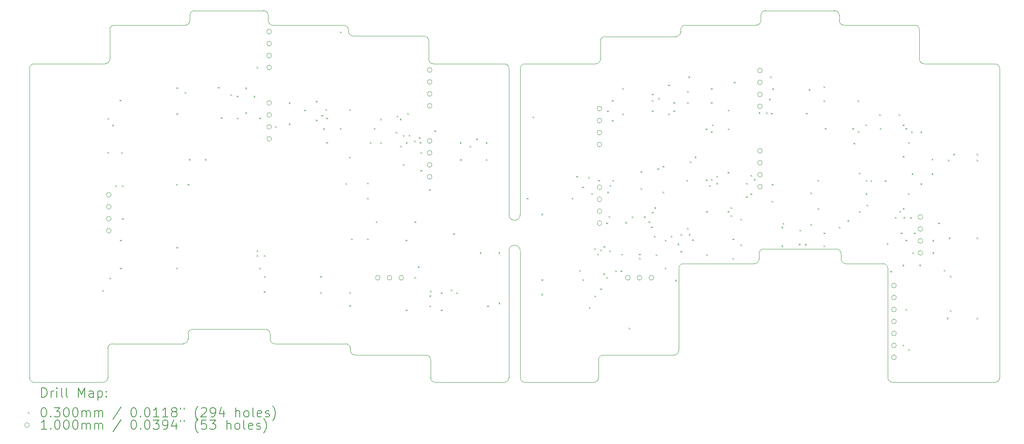
<source format=gbr>
%TF.GenerationSoftware,KiCad,Pcbnew,9.0.0*%
%TF.CreationDate,2025-03-20T15:30:15+09:00*%
%TF.ProjectId,nofy,6e6f6679-2e6b-4696-9361-645f70636258,rev?*%
%TF.SameCoordinates,Original*%
%TF.FileFunction,Drillmap*%
%TF.FilePolarity,Positive*%
%FSLAX45Y45*%
G04 Gerber Fmt 4.5, Leading zero omitted, Abs format (unit mm)*
G04 Created by KiCad (PCBNEW 9.0.0) date 2025-03-20 15:30:15*
%MOMM*%
%LPD*%
G01*
G04 APERTURE LIST*
%ADD10C,0.050000*%
%ADD11C,0.100000*%
%ADD12C,0.200000*%
G04 APERTURE END LIST*
D10*
X15450000Y-2320000D02*
G75*
G02*
X15350000Y-2420000I-100000J0D01*
G01*
X6810000Y-2180000D02*
G75*
G02*
X6710000Y-2080000I0J100000D01*
G01*
X8510000Y-2410000D02*
X10010000Y-2410000D01*
X6710000Y-1970000D02*
X6710000Y-2080000D01*
X1750000Y-3000000D02*
X3250000Y-2999999D01*
X18750000Y-6930000D02*
G75*
G02*
X18850000Y-7030000I0J-100000D01*
G01*
X1650000Y-3100000D02*
G75*
G02*
X1750000Y-3000000I100000J0D01*
G01*
X12050000Y-3100000D02*
X12050000Y-6200000D01*
X17150000Y-1970000D02*
G75*
G02*
X17250000Y-1870000I100000J0D01*
G01*
X10250000Y-9760000D02*
G75*
G02*
X10150000Y-9660000I0J100000D01*
G01*
X1650000Y-9660000D02*
X1650000Y-3100000D01*
X5050000Y-2080000D02*
G75*
G02*
X4950000Y-2180000I-100000J0D01*
G01*
X11710000Y-3000000D02*
X10210000Y-3000000D01*
X3350000Y-2899999D02*
X3350000Y-2280000D01*
X17110000Y-7030000D02*
G75*
G02*
X17210000Y-6930000I100000J0D01*
G01*
X19940000Y-9760000D02*
X22110000Y-9760000D01*
X6610000Y-1870000D02*
G75*
G02*
X6710000Y-1970000I0J-100000D01*
G01*
X13710000Y-9660000D02*
G75*
G02*
X13610000Y-9760000I-100000J0D01*
G01*
X17150000Y-2080000D02*
G75*
G02*
X17050000Y-2180000I-100000J0D01*
G01*
X20610000Y-2999999D02*
G75*
G02*
X20510001Y-2899999I0J99999D01*
G01*
X8350000Y-8940000D02*
G75*
G02*
X8450000Y-9040000I0J-100000D01*
G01*
X5010000Y-8730000D02*
X5010000Y-8840000D01*
X13710000Y-9660000D02*
X13710000Y-9280000D01*
X17150000Y-1970000D02*
X17150000Y-2080000D01*
X19840000Y-7340000D02*
X19840000Y-9660000D01*
X15410000Y-7340000D02*
G75*
G02*
X15510000Y-7240000I100000J0D01*
G01*
X18710000Y-1870000D02*
X17250000Y-1870000D01*
X20410000Y-2180000D02*
X18910000Y-2180000D01*
X19740000Y-7240000D02*
G75*
G02*
X19840000Y-7340000I0J-100000D01*
G01*
X17110000Y-7140000D02*
X17110000Y-7030000D01*
X5050000Y-2080000D02*
X5050000Y-1970000D01*
X18950000Y-7240000D02*
X19740000Y-7240000D01*
X5010000Y-8840000D02*
G75*
G02*
X4910000Y-8940000I-100000J0D01*
G01*
X11810000Y-3100655D02*
X11810000Y-6200000D01*
X18910000Y-2180000D02*
G75*
G02*
X18810000Y-2080000I0J100000D01*
G01*
X15510000Y-7240000D02*
X17010000Y-7240000D01*
X8350000Y-8940000D02*
X6850000Y-8940000D01*
X8410000Y-2280000D02*
X8410000Y-2310000D01*
X5050000Y-1970000D02*
G75*
G02*
X5150000Y-1870000I100000J0D01*
G01*
X10110000Y-2510000D02*
X10110000Y-2899625D01*
X1750000Y-9760000D02*
G75*
G02*
X1650000Y-9660000I0J100000D01*
G01*
X6850000Y-8940000D02*
G75*
G02*
X6750000Y-8840000I0J100000D01*
G01*
X17050000Y-2180000D02*
X15550000Y-2180000D01*
X6650000Y-8630000D02*
X5110000Y-8630000D01*
X17110000Y-7140000D02*
G75*
G02*
X17010000Y-7240000I-100000J0D01*
G01*
X10050000Y-9180000D02*
G75*
G02*
X10150000Y-9280000I0J-100000D01*
G01*
X10210000Y-3000000D02*
G75*
G02*
X10110000Y-2900000I0J100000D01*
G01*
X6810000Y-2180000D02*
X8310000Y-2180000D01*
X8510000Y-2410000D02*
G75*
G02*
X8410000Y-2310000I0J100000D01*
G01*
X11710000Y-9760000D02*
X10250000Y-9760000D01*
X20410000Y-2180000D02*
G75*
G02*
X20510000Y-2280000I0J-100000D01*
G01*
X13750000Y-2520000D02*
G75*
G02*
X13850000Y-2420000I100000J0D01*
G01*
X8550000Y-9180000D02*
G75*
G02*
X8450000Y-9080000I0J100000D01*
G01*
X12150000Y-9760000D02*
G75*
G02*
X12050000Y-9660000I0J100000D01*
G01*
X17210000Y-6930000D02*
X18750000Y-6930000D01*
X18950000Y-7240000D02*
G75*
G02*
X18850000Y-7140000I0J100000D01*
G01*
X12150000Y-9760000D02*
X13610000Y-9760000D01*
X3310000Y-9040000D02*
G75*
G02*
X3410000Y-8940000I100000J0D01*
G01*
X3310000Y-9040000D02*
X3310000Y-9660000D01*
X5150000Y-1870000D02*
X6610000Y-1870000D01*
X12050000Y-3100000D02*
G75*
G02*
X12150000Y-3000000I100000J0D01*
G01*
X13750000Y-2900000D02*
X13750000Y-2520000D01*
X13650000Y-3000000D02*
X12150000Y-3000000D01*
X18710000Y-1870000D02*
G75*
G02*
X18810000Y-1970000I0J-100000D01*
G01*
X3350000Y-2899999D02*
G75*
G02*
X3250000Y-3000000I-100000J-1D01*
G01*
X18850000Y-7030000D02*
X18850000Y-7140000D01*
X22210000Y-9660000D02*
X22210000Y-3100000D01*
X19940000Y-9760000D02*
G75*
G02*
X19840000Y-9660000I0J100000D01*
G01*
X12050000Y-9660000D02*
X12050000Y-6970000D01*
X10050000Y-9180000D02*
X8550000Y-9180000D01*
X13810000Y-9180000D02*
X15310000Y-9180000D01*
X18810000Y-2080000D02*
X18810000Y-1970000D01*
X6750000Y-8840000D02*
X6750000Y-8730000D01*
X15350000Y-2420000D02*
X13850000Y-2420000D01*
X3310000Y-9660000D02*
G75*
G02*
X3210000Y-9760000I-100000J0D01*
G01*
X15410000Y-9080000D02*
X15410000Y-7340000D01*
X20510000Y-2899999D02*
X20510000Y-2280000D01*
X22110000Y-3000000D02*
G75*
G02*
X22210000Y-3100000I0J-100000D01*
G01*
X4910000Y-8940000D02*
X3410000Y-8940000D01*
X10010000Y-2410000D02*
G75*
G02*
X10110000Y-2510000I0J-100000D01*
G01*
X8450000Y-9080000D02*
X8450000Y-9040000D01*
X5010000Y-8730000D02*
G75*
G02*
X5110000Y-8630000I100000J0D01*
G01*
X6650000Y-8630000D02*
G75*
G02*
X6750000Y-8730000I0J-100000D01*
G01*
X3350000Y-2280000D02*
G75*
G02*
X3450000Y-2180000I100000J0D01*
G01*
X13750000Y-2900000D02*
G75*
G02*
X13650000Y-3000000I-100000J0D01*
G01*
X13710000Y-9280000D02*
G75*
G02*
X13810000Y-9180000I100000J0D01*
G01*
X8310000Y-2180000D02*
G75*
G02*
X8410000Y-2280000I0J-100000D01*
G01*
X15450000Y-2280000D02*
X15450000Y-2320000D01*
X15450000Y-2280000D02*
G75*
G02*
X15550000Y-2180000I100000J0D01*
G01*
X11810000Y-6970000D02*
X11810000Y-9660000D01*
X10150000Y-9660000D02*
X10150000Y-9280000D01*
X3210000Y-9760000D02*
X1750000Y-9760000D01*
X15410000Y-9080000D02*
G75*
G02*
X15310000Y-9180000I-100000J0D01*
G01*
X3450000Y-2180000D02*
X4950000Y-2180000D01*
X22110000Y-3000000D02*
X20610000Y-2999999D01*
X11710000Y-3000000D02*
G75*
G02*
X11810000Y-3100000I0J-100000D01*
G01*
X22210000Y-9660000D02*
G75*
G02*
X22110000Y-9760000I-100000J0D01*
G01*
X11810000Y-9660000D02*
G75*
G02*
X11710000Y-9760000I-100000J0D01*
G01*
D11*
X11810000Y-6970000D02*
G75*
G02*
X12050000Y-6970000I120000J0D01*
G01*
X12050000Y-6200000D02*
G75*
G02*
X11810000Y-6200000I-120000J0D01*
G01*
D12*
D11*
X3190000Y-7800000D02*
X3220000Y-7830000D01*
X3220000Y-7800000D02*
X3190000Y-7830000D01*
X3300000Y-4150000D02*
X3330000Y-4180000D01*
X3330000Y-4150000D02*
X3300000Y-4180000D01*
X3300000Y-4870000D02*
X3330000Y-4900000D01*
X3330000Y-4870000D02*
X3300000Y-4900000D01*
X3345000Y-7535000D02*
X3375000Y-7565000D01*
X3375000Y-7535000D02*
X3345000Y-7565000D01*
X3401890Y-4287250D02*
X3431890Y-4317250D01*
X3431890Y-4287250D02*
X3401890Y-4317250D01*
X3401890Y-4287250D02*
X3431890Y-4317250D01*
X3431890Y-4287250D02*
X3401890Y-4317250D01*
X3464820Y-5575590D02*
X3494820Y-5605590D01*
X3494820Y-5575590D02*
X3464820Y-5605590D01*
X3560000Y-3760000D02*
X3590000Y-3790000D01*
X3590000Y-3760000D02*
X3560000Y-3790000D01*
X3567960Y-6732280D02*
X3597960Y-6762280D01*
X3597960Y-6732280D02*
X3567960Y-6762280D01*
X3567960Y-7325000D02*
X3597960Y-7355000D01*
X3597960Y-7325000D02*
X3567960Y-7355000D01*
X3593390Y-4875000D02*
X3623390Y-4905000D01*
X3623390Y-4875000D02*
X3593390Y-4905000D01*
X3607970Y-5575590D02*
X3637970Y-5605590D01*
X3637970Y-5575590D02*
X3607970Y-5605590D01*
X3607970Y-6273500D02*
X3637970Y-6303500D01*
X3637970Y-6273500D02*
X3607970Y-6303500D01*
X4756840Y-5547440D02*
X4786840Y-5577440D01*
X4786840Y-5547440D02*
X4756840Y-5577440D01*
X4756840Y-7324700D02*
X4786840Y-7354700D01*
X4786840Y-7324700D02*
X4756840Y-7354700D01*
X4760000Y-3496430D02*
X4790000Y-3526430D01*
X4790000Y-3496430D02*
X4760000Y-3526430D01*
X4760000Y-4049070D02*
X4790000Y-4079070D01*
X4790000Y-4049070D02*
X4760000Y-4079070D01*
X4762350Y-6885670D02*
X4792350Y-6915670D01*
X4792350Y-6885670D02*
X4762350Y-6915670D01*
X4940000Y-3595000D02*
X4970000Y-3625000D01*
X4970000Y-3595000D02*
X4940000Y-3625000D01*
X5000000Y-5547440D02*
X5030000Y-5577440D01*
X5030000Y-5547440D02*
X5000000Y-5577440D01*
X5030000Y-5016560D02*
X5060000Y-5046560D01*
X5060000Y-5016560D02*
X5030000Y-5046560D01*
X5365880Y-5016560D02*
X5395880Y-5046560D01*
X5395880Y-5016560D02*
X5365880Y-5046560D01*
X5640920Y-3490330D02*
X5670920Y-3520330D01*
X5670920Y-3490330D02*
X5640920Y-3520330D01*
X5701110Y-4132810D02*
X5731110Y-4162810D01*
X5731110Y-4132810D02*
X5701110Y-4162810D01*
X5906410Y-3643430D02*
X5936410Y-3673430D01*
X5936410Y-3643430D02*
X5906410Y-3673430D01*
X6042030Y-3674790D02*
X6072030Y-3704790D01*
X6072030Y-3674790D02*
X6042030Y-3704790D01*
X6045000Y-4142380D02*
X6075000Y-4172380D01*
X6075000Y-4142380D02*
X6045000Y-4172380D01*
X6220000Y-3500880D02*
X6250000Y-3530880D01*
X6250000Y-3500880D02*
X6220000Y-3530880D01*
X6220000Y-4027760D02*
X6250000Y-4057760D01*
X6250000Y-4027760D02*
X6220000Y-4057760D01*
X6400170Y-3680000D02*
X6430170Y-3710000D01*
X6430170Y-3680000D02*
X6400170Y-3710000D01*
X6463120Y-3063000D02*
X6493120Y-3093000D01*
X6493120Y-3063000D02*
X6463120Y-3093000D01*
X6463120Y-6954340D02*
X6493120Y-6984340D01*
X6493120Y-6954340D02*
X6463120Y-6984340D01*
X6463120Y-7058300D02*
X6493120Y-7088300D01*
X6493120Y-7058300D02*
X6463120Y-7088300D01*
X6516750Y-7324700D02*
X6546750Y-7354700D01*
X6546750Y-7324700D02*
X6516750Y-7354700D01*
X6524720Y-4142380D02*
X6554720Y-4172380D01*
X6554720Y-4142380D02*
X6524720Y-4172380D01*
X6615000Y-7058300D02*
X6645000Y-7088300D01*
X6645000Y-7058300D02*
X6615000Y-7088300D01*
X6615000Y-7824570D02*
X6645000Y-7854570D01*
X6645000Y-7824570D02*
X6615000Y-7854570D01*
X6621610Y-7502890D02*
X6651610Y-7532890D01*
X6651610Y-7502890D02*
X6621610Y-7532890D01*
X6850460Y-4324020D02*
X6880460Y-4354020D01*
X6880460Y-4324020D02*
X6850460Y-4354020D01*
X7143000Y-3812370D02*
X7173000Y-3842370D01*
X7173000Y-3812370D02*
X7143000Y-3842370D01*
X7143000Y-4263850D02*
X7173000Y-4293850D01*
X7173000Y-4263850D02*
X7143000Y-4293850D01*
X7470170Y-3972890D02*
X7500170Y-4002890D01*
X7500170Y-3972890D02*
X7470170Y-4002890D01*
X7716010Y-4184670D02*
X7746010Y-4214670D01*
X7746010Y-4184670D02*
X7716010Y-4214670D01*
X7717330Y-3785960D02*
X7747330Y-3815960D01*
X7747330Y-3785960D02*
X7717330Y-3815960D01*
X7807660Y-7502890D02*
X7837660Y-7532890D01*
X7837660Y-7502890D02*
X7807660Y-7532890D01*
X7807660Y-7843760D02*
X7837660Y-7873760D01*
X7837660Y-7843760D02*
X7807660Y-7873760D01*
X7836840Y-4081660D02*
X7866840Y-4111660D01*
X7866840Y-4081660D02*
X7836840Y-4111660D01*
X7874330Y-4365660D02*
X7904330Y-4395660D01*
X7904330Y-4365660D02*
X7874330Y-4395660D01*
X7920000Y-3957430D02*
X7950000Y-3987430D01*
X7950000Y-3957430D02*
X7920000Y-3987430D01*
X7935990Y-4141830D02*
X7965990Y-4171830D01*
X7965990Y-4141830D02*
X7935990Y-4171830D01*
X7935990Y-4658810D02*
X7965990Y-4688810D01*
X7965990Y-4658810D02*
X7935990Y-4688810D01*
X8230320Y-2312110D02*
X8260320Y-2342110D01*
X8260320Y-2312110D02*
X8230320Y-2342110D01*
X8230320Y-4361000D02*
X8260320Y-4391000D01*
X8260320Y-4361000D02*
X8230320Y-4391000D01*
X8345870Y-5530510D02*
X8375870Y-5560510D01*
X8375870Y-5530510D02*
X8345870Y-5560510D01*
X8422850Y-3963770D02*
X8452850Y-3993770D01*
X8452850Y-3963770D02*
X8422850Y-3993770D01*
X8422850Y-4971030D02*
X8452850Y-5001030D01*
X8452850Y-4971030D02*
X8422850Y-5001030D01*
X8426110Y-7843760D02*
X8456110Y-7873760D01*
X8456110Y-7843760D02*
X8426110Y-7873760D01*
X8427440Y-8121860D02*
X8457440Y-8151860D01*
X8457440Y-8121860D02*
X8427440Y-8151860D01*
X8467230Y-6707090D02*
X8497230Y-6737090D01*
X8497230Y-6707090D02*
X8467230Y-6737090D01*
X8804160Y-5520730D02*
X8834160Y-5550730D01*
X8834160Y-5520730D02*
X8804160Y-5550730D01*
X8804160Y-5843650D02*
X8834160Y-5873650D01*
X8834160Y-5843650D02*
X8804160Y-5873650D01*
X8804160Y-6707090D02*
X8834160Y-6737090D01*
X8834160Y-6707090D02*
X8804160Y-6737090D01*
X8862540Y-4658810D02*
X8892540Y-4688810D01*
X8892540Y-4658810D02*
X8862540Y-4688810D01*
X8949960Y-4361000D02*
X8979960Y-4391000D01*
X8979960Y-4361000D02*
X8949960Y-4391000D01*
X8991760Y-6341480D02*
X9021760Y-6371480D01*
X9021760Y-6341480D02*
X8991760Y-6371480D01*
X9079690Y-4661700D02*
X9109690Y-4691700D01*
X9109690Y-4661700D02*
X9079690Y-4691700D01*
X9080000Y-4159770D02*
X9110000Y-4189770D01*
X9110000Y-4159770D02*
X9080000Y-4189770D01*
X9407510Y-4440800D02*
X9437510Y-4470800D01*
X9437510Y-4440800D02*
X9407510Y-4470800D01*
X9429620Y-4099590D02*
X9459620Y-4129590D01*
X9459620Y-4099590D02*
X9429620Y-4129590D01*
X9497120Y-4159770D02*
X9527120Y-4189770D01*
X9527120Y-4159770D02*
X9497120Y-4189770D01*
X9503120Y-4738660D02*
X9533120Y-4768660D01*
X9533120Y-4738660D02*
X9503120Y-4768660D01*
X9563830Y-4509100D02*
X9593830Y-4539100D01*
X9593830Y-4509100D02*
X9563830Y-4539100D01*
X9563830Y-5129000D02*
X9593830Y-5159000D01*
X9593830Y-5129000D02*
X9563830Y-5159000D01*
X9620000Y-6732280D02*
X9650000Y-6762280D01*
X9650000Y-6732280D02*
X9620000Y-6762280D01*
X9620000Y-8213330D02*
X9650000Y-8243330D01*
X9650000Y-8213330D02*
X9620000Y-8243330D01*
X9625090Y-4661700D02*
X9655090Y-4691700D01*
X9655090Y-4661700D02*
X9625090Y-4691700D01*
X9652970Y-4042330D02*
X9682970Y-4072330D01*
X9682970Y-4042330D02*
X9652970Y-4072330D01*
X9683590Y-4503420D02*
X9713590Y-4533420D01*
X9713590Y-4503420D02*
X9683590Y-4533420D01*
X9800500Y-4627350D02*
X9830500Y-4657350D01*
X9830500Y-4627350D02*
X9800500Y-4657350D01*
X9806630Y-6341480D02*
X9836630Y-6371480D01*
X9836630Y-6341480D02*
X9806630Y-6371480D01*
X9806630Y-7525000D02*
X9836630Y-7555000D01*
X9836630Y-7525000D02*
X9806630Y-7555000D01*
X9877780Y-7293300D02*
X9907780Y-7323300D01*
X9907780Y-7293300D02*
X9877780Y-7323300D01*
X9902090Y-4556690D02*
X9932090Y-4586690D01*
X9932090Y-4556690D02*
X9902090Y-4586690D01*
X9919290Y-4658970D02*
X9949290Y-4688970D01*
X9949290Y-4658970D02*
X9919290Y-4688970D01*
X9933670Y-4875000D02*
X9963670Y-4905000D01*
X9963670Y-4875000D02*
X9933670Y-4905000D01*
X9933670Y-5251230D02*
X9963670Y-5281230D01*
X9963670Y-5251230D02*
X9933670Y-5281230D01*
X10115000Y-5659320D02*
X10145000Y-5689320D01*
X10145000Y-5659320D02*
X10115000Y-5689320D01*
X10125700Y-7910980D02*
X10155700Y-7940980D01*
X10155700Y-7910980D02*
X10125700Y-7940980D01*
X10125700Y-8128140D02*
X10155700Y-8158140D01*
X10155700Y-8128140D02*
X10125700Y-8158140D01*
X10136920Y-7810570D02*
X10166920Y-7840570D01*
X10166920Y-7810570D02*
X10136920Y-7840570D01*
X10231180Y-4410860D02*
X10261180Y-4440860D01*
X10261180Y-4410860D02*
X10231180Y-4440860D01*
X10364160Y-7849510D02*
X10394160Y-7879510D01*
X10394160Y-7849510D02*
X10364160Y-7879510D01*
X10364160Y-8213330D02*
X10394160Y-8243330D01*
X10394160Y-8213330D02*
X10364160Y-8243330D01*
X10579200Y-7786530D02*
X10609200Y-7816530D01*
X10609200Y-7786530D02*
X10579200Y-7816530D01*
X10630000Y-6595000D02*
X10660000Y-6625000D01*
X10660000Y-6595000D02*
X10630000Y-6625000D01*
X10694050Y-7849510D02*
X10724050Y-7879510D01*
X10724050Y-7849510D02*
X10694050Y-7879510D01*
X10770000Y-4660410D02*
X10800000Y-4690410D01*
X10800000Y-4660410D02*
X10770000Y-4690410D01*
X10772660Y-5020000D02*
X10802660Y-5050000D01*
X10802660Y-5020000D02*
X10772660Y-5050000D01*
X10978190Y-4738660D02*
X11008190Y-4768660D01*
X11008190Y-4738660D02*
X10978190Y-4768660D01*
X11115000Y-4586100D02*
X11145000Y-4616100D01*
X11145000Y-4586100D02*
X11115000Y-4616100D01*
X11191740Y-6999620D02*
X11221740Y-7029620D01*
X11221740Y-6999620D02*
X11191740Y-7029620D01*
X11320000Y-4660410D02*
X11350000Y-4690410D01*
X11350000Y-4660410D02*
X11320000Y-4690410D01*
X11320000Y-5020000D02*
X11350000Y-5050000D01*
X11350000Y-5020000D02*
X11320000Y-5050000D01*
X11346200Y-8128140D02*
X11376200Y-8158140D01*
X11376200Y-8128140D02*
X11346200Y-8158140D01*
X11588180Y-6999620D02*
X11618180Y-7029620D01*
X11618180Y-6999620D02*
X11588180Y-7029620D01*
X11588180Y-8062950D02*
X11618180Y-8092950D01*
X11618180Y-8062950D02*
X11588180Y-8092950D01*
X12187650Y-5843650D02*
X12217650Y-5873650D01*
X12217650Y-5843650D02*
X12187650Y-5873650D01*
X12310640Y-4113500D02*
X12340640Y-4143500D01*
X12340640Y-4113500D02*
X12310640Y-4143500D01*
X12495000Y-6176860D02*
X12525000Y-6206860D01*
X12525000Y-6176860D02*
X12495000Y-6206860D01*
X12495000Y-7879090D02*
X12525000Y-7909090D01*
X12525000Y-7879090D02*
X12495000Y-7909090D01*
X12500810Y-7568900D02*
X12530810Y-7598900D01*
X12530810Y-7568900D02*
X12500810Y-7598900D01*
X13137650Y-5843650D02*
X13167650Y-5873650D01*
X13167650Y-5843650D02*
X13137650Y-5873650D01*
X13235470Y-5376150D02*
X13265470Y-5406150D01*
X13265470Y-5376150D02*
X13235470Y-5406150D01*
X13300500Y-7374810D02*
X13330500Y-7404810D01*
X13330500Y-7374810D02*
X13300500Y-7404810D01*
X13364600Y-5605000D02*
X13394600Y-5635000D01*
X13394600Y-5605000D02*
X13364600Y-5635000D01*
X13369590Y-7568900D02*
X13399590Y-7598900D01*
X13399590Y-7568900D02*
X13369590Y-7598900D01*
X13489590Y-5396310D02*
X13519590Y-5426310D01*
X13519590Y-5396310D02*
X13489590Y-5426310D01*
X13501650Y-8162620D02*
X13531650Y-8192620D01*
X13531650Y-8162620D02*
X13501650Y-8192620D01*
X13554500Y-5740160D02*
X13584500Y-5770160D01*
X13584500Y-5740160D02*
X13554500Y-5770160D01*
X13617400Y-6914600D02*
X13647400Y-6944600D01*
X13647400Y-6914600D02*
X13617400Y-6944600D01*
X13620580Y-7917120D02*
X13650580Y-7947120D01*
X13650580Y-7917120D02*
X13620580Y-7947120D01*
X13681500Y-7028490D02*
X13711500Y-7058490D01*
X13711500Y-7028490D02*
X13681500Y-7058490D01*
X13700000Y-5459670D02*
X13730000Y-5489670D01*
X13730000Y-5459670D02*
X13700000Y-5489670D01*
X13745010Y-6937940D02*
X13775010Y-6967940D01*
X13775010Y-6937940D02*
X13745010Y-6967940D01*
X13745010Y-7764150D02*
X13775010Y-7794150D01*
X13775010Y-7764150D02*
X13745010Y-7794150D01*
X13808500Y-7446940D02*
X13838500Y-7476940D01*
X13838500Y-7446940D02*
X13808500Y-7476940D01*
X13812010Y-6865000D02*
X13842010Y-6895000D01*
X13842010Y-6865000D02*
X13812010Y-6895000D01*
X13872010Y-6367000D02*
X13902010Y-6397000D01*
X13902010Y-6367000D02*
X13872010Y-6397000D01*
X13872010Y-7525000D02*
X13902010Y-7555000D01*
X13902010Y-7525000D02*
X13872010Y-7555000D01*
X13889540Y-3987550D02*
X13919540Y-4017550D01*
X13919540Y-3987550D02*
X13889540Y-4017550D01*
X13893030Y-5712850D02*
X13923030Y-5742850D01*
X13923030Y-5712850D02*
X13893030Y-5742850D01*
X13922870Y-6228170D02*
X13952870Y-6258170D01*
X13952870Y-6228170D02*
X13922870Y-6258170D01*
X13935500Y-6959760D02*
X13965500Y-6989760D01*
X13965500Y-6959760D02*
X13935500Y-6989760D01*
X13941990Y-5570980D02*
X13971990Y-5600980D01*
X13971990Y-5570980D02*
X13941990Y-5600980D01*
X13989770Y-3767670D02*
X14019770Y-3797670D01*
X14019770Y-3767670D02*
X13989770Y-3797670D01*
X13989770Y-4189500D02*
X14019770Y-4219500D01*
X14019770Y-4189500D02*
X13989770Y-4219500D01*
X14003210Y-5459670D02*
X14033210Y-5489670D01*
X14033210Y-5459670D02*
X14003210Y-5489670D01*
X14062500Y-7381430D02*
X14092500Y-7411430D01*
X14092500Y-7381430D02*
X14062500Y-7411430D01*
X14178270Y-7381430D02*
X14208270Y-7411430D01*
X14208270Y-7381430D02*
X14178270Y-7411430D01*
X14189500Y-7028490D02*
X14219500Y-7058490D01*
X14219500Y-7028490D02*
X14189500Y-7058490D01*
X14210000Y-3508350D02*
X14240000Y-3538350D01*
X14240000Y-3508350D02*
X14210000Y-3538350D01*
X14210000Y-4051700D02*
X14240000Y-4081700D01*
X14240000Y-4051700D02*
X14210000Y-4081700D01*
X14272280Y-6354630D02*
X14302280Y-6384630D01*
X14302280Y-6354630D02*
X14272280Y-6384630D01*
X14345000Y-8600000D02*
X14375000Y-8630000D01*
X14375000Y-8600000D02*
X14345000Y-8630000D01*
X14413830Y-6236920D02*
X14443830Y-6266920D01*
X14443830Y-6236920D02*
X14413830Y-6266920D01*
X14564000Y-7028490D02*
X14594000Y-7058490D01*
X14594000Y-7028490D02*
X14564000Y-7058490D01*
X14564000Y-7117540D02*
X14594000Y-7147540D01*
X14594000Y-7117540D02*
X14564000Y-7147540D01*
X14599750Y-5275950D02*
X14629750Y-5305950D01*
X14629750Y-5275950D02*
X14599750Y-5305950D01*
X14599750Y-5633010D02*
X14629750Y-5663010D01*
X14629750Y-5633010D02*
X14599750Y-5663010D01*
X14670380Y-6236920D02*
X14700380Y-6266920D01*
X14700380Y-6236920D02*
X14670380Y-6266920D01*
X14769810Y-6341820D02*
X14799810Y-6371820D01*
X14799810Y-6341820D02*
X14769810Y-6371820D01*
X14818870Y-6453090D02*
X14848870Y-6483090D01*
X14848870Y-6453090D02*
X14818870Y-6483090D01*
X14837480Y-6139860D02*
X14867480Y-6169860D01*
X14867480Y-6139860D02*
X14837480Y-6169860D01*
X14837650Y-3633000D02*
X14867650Y-3663000D01*
X14867650Y-3633000D02*
X14837650Y-3663000D01*
X14837650Y-3764680D02*
X14867650Y-3794680D01*
X14867650Y-3764680D02*
X14837650Y-3794680D01*
X14837650Y-3987550D02*
X14867650Y-4017550D01*
X14867650Y-3987550D02*
X14837650Y-4017550D01*
X14884830Y-6645840D02*
X14914830Y-6675840D01*
X14914830Y-6645840D02*
X14884830Y-6675840D01*
X14891900Y-6042500D02*
X14921900Y-6072500D01*
X14921900Y-6042500D02*
X14891900Y-6072500D01*
X14921480Y-7039040D02*
X14951480Y-7069040D01*
X14951480Y-7039040D02*
X14921480Y-7069040D01*
X14954550Y-5215780D02*
X14984550Y-5245780D01*
X14984550Y-5215780D02*
X14954550Y-5245780D01*
X14972400Y-3719790D02*
X15002400Y-3749790D01*
X15002400Y-3719790D02*
X14972400Y-3749790D01*
X15063080Y-5165630D02*
X15093080Y-5195630D01*
X15093080Y-5165630D02*
X15063080Y-5195630D01*
X15063080Y-5712850D02*
X15093080Y-5742850D01*
X15093080Y-5712850D02*
X15063080Y-5742850D01*
X15112400Y-6732440D02*
X15142400Y-6762440D01*
X15142400Y-6732440D02*
X15112400Y-6762440D01*
X15112400Y-7324700D02*
X15142400Y-7354700D01*
X15142400Y-7324700D02*
X15112400Y-7354700D01*
X15182650Y-3436830D02*
X15212650Y-3466830D01*
X15212650Y-3436830D02*
X15182650Y-3466830D01*
X15182650Y-4051700D02*
X15212650Y-4081700D01*
X15212650Y-4051700D02*
X15182650Y-4081700D01*
X15237650Y-6645840D02*
X15267650Y-6675840D01*
X15267650Y-6645840D02*
X15237650Y-6675840D01*
X15294040Y-3811790D02*
X15324040Y-3841790D01*
X15324040Y-3811790D02*
X15294040Y-3841790D01*
X15294040Y-3987060D02*
X15324040Y-4017060D01*
X15324040Y-3987060D02*
X15294040Y-4017060D01*
X15333630Y-7581210D02*
X15363630Y-7611210D01*
X15363630Y-7581210D02*
X15333630Y-7611210D01*
X15384730Y-6811040D02*
X15414730Y-6841040D01*
X15414730Y-6811040D02*
X15384730Y-6841040D01*
X15444900Y-6610010D02*
X15474900Y-6640010D01*
X15474900Y-6610010D02*
X15444900Y-6640010D01*
X15444900Y-6968210D02*
X15474900Y-6998210D01*
X15474900Y-6968210D02*
X15444900Y-6998210D01*
X15570430Y-5460440D02*
X15600430Y-5490440D01*
X15600430Y-5460440D02*
X15570430Y-5490440D01*
X15582650Y-6483580D02*
X15612650Y-6513580D01*
X15612650Y-6483580D02*
X15582650Y-6513580D01*
X15585000Y-3572840D02*
X15615000Y-3602840D01*
X15615000Y-3572840D02*
X15585000Y-3602840D01*
X15585000Y-3811790D02*
X15615000Y-3841790D01*
X15615000Y-3811790D02*
X15585000Y-3841790D01*
X15610130Y-3266210D02*
X15640130Y-3296210D01*
X15640130Y-3266210D02*
X15610130Y-3296210D01*
X15618170Y-6610010D02*
X15648170Y-6640010D01*
X15648170Y-6610010D02*
X15618170Y-6640010D01*
X15642620Y-5066420D02*
X15672620Y-5096420D01*
X15672620Y-5066420D02*
X15642620Y-5096420D01*
X15693200Y-6722950D02*
X15723200Y-6752950D01*
X15723200Y-6722950D02*
X15693200Y-6752950D01*
X15748470Y-4968160D02*
X15778470Y-4998160D01*
X15778470Y-4968160D02*
X15748470Y-4998160D01*
X15981020Y-4367500D02*
X16011020Y-4397500D01*
X16011020Y-4367500D02*
X15981020Y-4397500D01*
X15981020Y-5454190D02*
X16011020Y-5484190D01*
X16011020Y-5454190D02*
X15981020Y-5484190D01*
X15987840Y-6123240D02*
X16017840Y-6153240D01*
X16017840Y-6123240D02*
X15987840Y-6153240D01*
X15987840Y-7039040D02*
X16017840Y-7069040D01*
X16017840Y-7039040D02*
X15987840Y-7069040D01*
X16053450Y-5570980D02*
X16083450Y-5600980D01*
X16083450Y-5570980D02*
X16053450Y-5600980D01*
X16088360Y-4430120D02*
X16118360Y-4460120D01*
X16118360Y-4430120D02*
X16088360Y-4460120D01*
X16091100Y-3514780D02*
X16121100Y-3544780D01*
X16121100Y-3514780D02*
X16091100Y-3544780D01*
X16091100Y-3811790D02*
X16121100Y-3841790D01*
X16121100Y-3811790D02*
X16091100Y-3841790D01*
X16091100Y-5440440D02*
X16121100Y-5470440D01*
X16121100Y-5440440D02*
X16091100Y-5470440D01*
X16111190Y-4286000D02*
X16141190Y-4316000D01*
X16141190Y-4286000D02*
X16111190Y-4316000D01*
X16204280Y-5376300D02*
X16234280Y-5406300D01*
X16234280Y-5376300D02*
X16204280Y-5406300D01*
X16204280Y-5526940D02*
X16234280Y-5556940D01*
X16234280Y-5526940D02*
X16204280Y-5556940D01*
X16445670Y-5292560D02*
X16475670Y-5322560D01*
X16475670Y-5292560D02*
X16445670Y-5322560D01*
X16445670Y-6123240D02*
X16475670Y-6153240D01*
X16475670Y-6123240D02*
X16445670Y-6153240D01*
X16447760Y-3969590D02*
X16477760Y-3999590D01*
X16477760Y-3969590D02*
X16447760Y-3999590D01*
X16447760Y-4367500D02*
X16477760Y-4397500D01*
X16477760Y-4367500D02*
X16447760Y-4397500D01*
X16506630Y-6042500D02*
X16536630Y-6072500D01*
X16536630Y-6042500D02*
X16506630Y-6072500D01*
X16506630Y-6209280D02*
X16536630Y-6239280D01*
X16536630Y-6209280D02*
X16506630Y-6239280D01*
X16546180Y-6704850D02*
X16576180Y-6734850D01*
X16576180Y-6704850D02*
X16546180Y-6734850D01*
X16546180Y-7117540D02*
X16576180Y-7147540D01*
X16576180Y-7117540D02*
X16546180Y-7147540D01*
X16574650Y-3379000D02*
X16604650Y-3409000D01*
X16604650Y-3379000D02*
X16574650Y-3409000D01*
X16714460Y-6286570D02*
X16744460Y-6316570D01*
X16744460Y-6286570D02*
X16714460Y-6316570D01*
X16714460Y-6829420D02*
X16744460Y-6859420D01*
X16744460Y-6829420D02*
X16714460Y-6859420D01*
X16833160Y-5526940D02*
X16863160Y-5556940D01*
X16863160Y-5526940D02*
X16833160Y-5556940D01*
X16833160Y-5808780D02*
X16863160Y-5838780D01*
X16863160Y-5808780D02*
X16833160Y-5838780D01*
X16925900Y-5356170D02*
X16955900Y-5386170D01*
X16955900Y-5356170D02*
X16925900Y-5386170D01*
X16925900Y-5748610D02*
X16955900Y-5778610D01*
X16955900Y-5748610D02*
X16925900Y-5778610D01*
X16998640Y-5440440D02*
X17028640Y-5470440D01*
X17028640Y-5440440D02*
X16998640Y-5470440D01*
X17100000Y-4027120D02*
X17130000Y-4057120D01*
X17130000Y-4027120D02*
X17100000Y-4057120D01*
X17256930Y-4027120D02*
X17286930Y-4057120D01*
X17286930Y-4027120D02*
X17256930Y-4057120D01*
X17320200Y-3740260D02*
X17350200Y-3770260D01*
X17350200Y-3740260D02*
X17320200Y-3770260D01*
X17343030Y-3263010D02*
X17373030Y-3293010D01*
X17373030Y-3263010D02*
X17343030Y-3293010D01*
X17360120Y-4038330D02*
X17390120Y-4068330D01*
X17390120Y-4038330D02*
X17360120Y-4068330D01*
X17375410Y-5547440D02*
X17405410Y-5577440D01*
X17405410Y-5547440D02*
X17375410Y-5577440D01*
X17375410Y-5905270D02*
X17405410Y-5935270D01*
X17405410Y-5905270D02*
X17375410Y-5935270D01*
X17387650Y-3517830D02*
X17417650Y-3547830D01*
X17417650Y-3517830D02*
X17387650Y-3547830D01*
X17582450Y-6457700D02*
X17612450Y-6487700D01*
X17612450Y-6457700D02*
X17582450Y-6487700D01*
X17582450Y-6853650D02*
X17612450Y-6883650D01*
X17612450Y-6853650D02*
X17582450Y-6883650D01*
X17610000Y-6377360D02*
X17640000Y-6407360D01*
X17640000Y-6377360D02*
X17610000Y-6407360D01*
X17951810Y-6816760D02*
X17981810Y-6846760D01*
X17981810Y-6816760D02*
X17951810Y-6846760D01*
X17966590Y-6517880D02*
X17996590Y-6547880D01*
X17996590Y-6517880D02*
X17966590Y-6547880D01*
X18084350Y-6819730D02*
X18114350Y-6849730D01*
X18114350Y-6819730D02*
X18084350Y-6849730D01*
X18105500Y-4038330D02*
X18135500Y-4068330D01*
X18135500Y-4038330D02*
X18105500Y-4068330D01*
X18161400Y-3535420D02*
X18191400Y-3565420D01*
X18191400Y-3535420D02*
X18161400Y-3565420D01*
X18196230Y-5728440D02*
X18226230Y-5758440D01*
X18226230Y-5728440D02*
X18196230Y-5758440D01*
X18200000Y-6395430D02*
X18230000Y-6425430D01*
X18230000Y-6395430D02*
X18200000Y-6425430D01*
X18347650Y-5460950D02*
X18377650Y-5490950D01*
X18377650Y-5460950D02*
X18347650Y-5490950D01*
X18349700Y-6056710D02*
X18379700Y-6086710D01*
X18379700Y-6056710D02*
X18349700Y-6086710D01*
X18477260Y-3473970D02*
X18507260Y-3503970D01*
X18507260Y-3473970D02*
X18477260Y-3503970D01*
X18477260Y-3770180D02*
X18507260Y-3800180D01*
X18507260Y-3770180D02*
X18477260Y-3800180D01*
X18477260Y-6580330D02*
X18507260Y-6610330D01*
X18507260Y-6580330D02*
X18477260Y-6610330D01*
X18477260Y-6855060D02*
X18507260Y-6885060D01*
X18507260Y-6855060D02*
X18477260Y-6885060D01*
X18503290Y-4362600D02*
X18533290Y-4392600D01*
X18533290Y-4362600D02*
X18503290Y-4392600D01*
X18800000Y-6455690D02*
X18830000Y-6485690D01*
X18830000Y-6455690D02*
X18800000Y-6485690D01*
X18985380Y-6316050D02*
X19015380Y-6346050D01*
X19015380Y-6316050D02*
X18985380Y-6346050D01*
X19085870Y-4362600D02*
X19115870Y-4392600D01*
X19115870Y-4362600D02*
X19085870Y-4392600D01*
X19113740Y-4672210D02*
X19143740Y-4702210D01*
X19143740Y-4672210D02*
X19113740Y-4702210D01*
X19197650Y-3770180D02*
X19227650Y-3800180D01*
X19227650Y-3770180D02*
X19197650Y-3800180D01*
X19206830Y-4425060D02*
X19236830Y-4455060D01*
X19236830Y-4425060D02*
X19206830Y-4455060D01*
X19225040Y-5308420D02*
X19255040Y-5338420D01*
X19255040Y-5308420D02*
X19225040Y-5338420D01*
X19225040Y-6120700D02*
X19255040Y-6150700D01*
X19255040Y-6120700D02*
X19225040Y-6150700D01*
X19360340Y-4283550D02*
X19390340Y-4313550D01*
X19390340Y-4283550D02*
X19360340Y-4313550D01*
X19372070Y-5460950D02*
X19402070Y-5490950D01*
X19402070Y-5460950D02*
X19372070Y-5490950D01*
X19372070Y-5746910D02*
X19402070Y-5776910D01*
X19402070Y-5746910D02*
X19372070Y-5776910D01*
X19389500Y-5988030D02*
X19419500Y-6018030D01*
X19419500Y-5988030D02*
X19389500Y-6018030D01*
X19470580Y-5469890D02*
X19500580Y-5499890D01*
X19500580Y-5469890D02*
X19470580Y-5499890D01*
X19653650Y-4066390D02*
X19683650Y-4096390D01*
X19683650Y-4066390D02*
X19653650Y-4096390D01*
X19665260Y-4362600D02*
X19695260Y-4392600D01*
X19695260Y-4362600D02*
X19665260Y-4392600D01*
X19773920Y-5469890D02*
X19803920Y-5499890D01*
X19803920Y-5469890D02*
X19773920Y-5499890D01*
X19815730Y-6801300D02*
X19845730Y-6831300D01*
X19845730Y-6801300D02*
X19815730Y-6831300D01*
X19889670Y-7390170D02*
X19919670Y-7420170D01*
X19919670Y-7390170D02*
X19889670Y-7420170D01*
X19990480Y-6249450D02*
X20020480Y-6279450D01*
X20020480Y-6249450D02*
X19990480Y-6279450D01*
X20068650Y-4066390D02*
X20098650Y-4096390D01*
X20098650Y-4066390D02*
X20068650Y-4096390D01*
X20081100Y-6120700D02*
X20111100Y-6150700D01*
X20111100Y-6120700D02*
X20081100Y-6150700D01*
X20110620Y-6578780D02*
X20140620Y-6608780D01*
X20140620Y-6578780D02*
X20110620Y-6608780D01*
X20150740Y-7261240D02*
X20180740Y-7291240D01*
X20180740Y-7261240D02*
X20150740Y-7291240D01*
X20150740Y-8959000D02*
X20180740Y-8989000D01*
X20180740Y-8959000D02*
X20150740Y-8989000D01*
X20153960Y-4283550D02*
X20183960Y-4313550D01*
X20183960Y-4283550D02*
X20153960Y-4313550D01*
X20153960Y-4955020D02*
X20183960Y-4985020D01*
X20183960Y-4955020D02*
X20153960Y-4985020D01*
X20156490Y-6056710D02*
X20186490Y-6086710D01*
X20186490Y-6056710D02*
X20156490Y-6086710D01*
X20170790Y-6249450D02*
X20200790Y-6279450D01*
X20200790Y-6249450D02*
X20170790Y-6279450D01*
X20213110Y-6733090D02*
X20243110Y-6763090D01*
X20243110Y-6733090D02*
X20213110Y-6763090D01*
X20213110Y-8199610D02*
X20243110Y-8229610D01*
X20243110Y-8199610D02*
X20213110Y-8229610D01*
X20214130Y-4362600D02*
X20244130Y-4392600D01*
X20244130Y-4362600D02*
X20214130Y-4392600D01*
X20262320Y-5746910D02*
X20292320Y-5776910D01*
X20292320Y-5746910D02*
X20262320Y-5776910D01*
X20270040Y-4658810D02*
X20300040Y-4688810D01*
X20300040Y-4658810D02*
X20270040Y-4688810D01*
X20274420Y-9057680D02*
X20304420Y-9087680D01*
X20304420Y-9057680D02*
X20274420Y-9087680D01*
X20311410Y-6250960D02*
X20341410Y-6280960D01*
X20341410Y-6250960D02*
X20311410Y-6280960D01*
X20331980Y-4432500D02*
X20361980Y-4462500D01*
X20361980Y-4432500D02*
X20331980Y-4462500D01*
X20345270Y-5320920D02*
X20375270Y-5350920D01*
X20375270Y-5320920D02*
X20345270Y-5350920D01*
X20354870Y-6997000D02*
X20384870Y-7027000D01*
X20384870Y-6997000D02*
X20354870Y-7027000D01*
X20390440Y-6578780D02*
X20420440Y-6608780D01*
X20420440Y-6578780D02*
X20390440Y-6608780D01*
X20506870Y-7261240D02*
X20536870Y-7291240D01*
X20536870Y-7261240D02*
X20506870Y-7291240D01*
X20530000Y-4432500D02*
X20560000Y-4462500D01*
X20560000Y-4432500D02*
X20530000Y-4462500D01*
X20530000Y-5532560D02*
X20560000Y-5562560D01*
X20560000Y-5532560D02*
X20530000Y-5562560D01*
X20767650Y-5013200D02*
X20797650Y-5043200D01*
X20797650Y-5013200D02*
X20767650Y-5043200D01*
X20767650Y-5320920D02*
X20797650Y-5350920D01*
X20797650Y-5320920D02*
X20767650Y-5350920D01*
X20785000Y-6735850D02*
X20815000Y-6765850D01*
X20815000Y-6735850D02*
X20785000Y-6765850D01*
X20785000Y-6997000D02*
X20815000Y-7027000D01*
X20815000Y-6997000D02*
X20785000Y-7027000D01*
X20907380Y-6366330D02*
X20937380Y-6396330D01*
X20937380Y-6366330D02*
X20907380Y-6396330D01*
X21027490Y-7372900D02*
X21057490Y-7402900D01*
X21057490Y-7372900D02*
X21027490Y-7402900D01*
X21090760Y-8385720D02*
X21120760Y-8415720D01*
X21120760Y-8385720D02*
X21090760Y-8415720D01*
X21112650Y-5032810D02*
X21142650Y-5062810D01*
X21142650Y-5032810D02*
X21112650Y-5062810D01*
X21130000Y-6685840D02*
X21160000Y-6715840D01*
X21160000Y-6685840D02*
X21130000Y-6715840D01*
X21154030Y-7499440D02*
X21184030Y-7529440D01*
X21184030Y-7499440D02*
X21154030Y-7529440D01*
X21154030Y-8225470D02*
X21184030Y-8255470D01*
X21184030Y-8225470D02*
X21154030Y-8255470D01*
X21223150Y-4904860D02*
X21253150Y-4934860D01*
X21253150Y-4904860D02*
X21223150Y-4934860D01*
X21720000Y-4904860D02*
X21750000Y-4934860D01*
X21750000Y-4904860D02*
X21720000Y-4934860D01*
X21720000Y-5032810D02*
X21750000Y-5062810D01*
X21750000Y-5032810D02*
X21720000Y-5062810D01*
X21720000Y-6685840D02*
X21750000Y-6715840D01*
X21750000Y-6685840D02*
X21720000Y-6715840D01*
X21720000Y-8385720D02*
X21750000Y-8415720D01*
X21750000Y-8385720D02*
X21720000Y-8415720D01*
X3381500Y-5780500D02*
G75*
G02*
X3281500Y-5780500I-50000J0D01*
G01*
X3281500Y-5780500D02*
G75*
G02*
X3381500Y-5780500I50000J0D01*
G01*
X3381500Y-6034500D02*
G75*
G02*
X3281500Y-6034500I-50000J0D01*
G01*
X3281500Y-6034500D02*
G75*
G02*
X3381500Y-6034500I50000J0D01*
G01*
X3381500Y-6288500D02*
G75*
G02*
X3281500Y-6288500I-50000J0D01*
G01*
X3281500Y-6288500D02*
G75*
G02*
X3381500Y-6288500I50000J0D01*
G01*
X3381500Y-6542500D02*
G75*
G02*
X3281500Y-6542500I-50000J0D01*
G01*
X3281500Y-6542500D02*
G75*
G02*
X3381500Y-6542500I50000J0D01*
G01*
X6780000Y-2316000D02*
G75*
G02*
X6680000Y-2316000I-50000J0D01*
G01*
X6680000Y-2316000D02*
G75*
G02*
X6780000Y-2316000I50000J0D01*
G01*
X6780000Y-2570000D02*
G75*
G02*
X6680000Y-2570000I-50000J0D01*
G01*
X6680000Y-2570000D02*
G75*
G02*
X6780000Y-2570000I50000J0D01*
G01*
X6780000Y-2824000D02*
G75*
G02*
X6680000Y-2824000I-50000J0D01*
G01*
X6680000Y-2824000D02*
G75*
G02*
X6780000Y-2824000I50000J0D01*
G01*
X6780000Y-3078000D02*
G75*
G02*
X6680000Y-3078000I-50000J0D01*
G01*
X6680000Y-3078000D02*
G75*
G02*
X6780000Y-3078000I50000J0D01*
G01*
X6780000Y-3830500D02*
G75*
G02*
X6680000Y-3830500I-50000J0D01*
G01*
X6680000Y-3830500D02*
G75*
G02*
X6780000Y-3830500I50000J0D01*
G01*
X6780000Y-4084500D02*
G75*
G02*
X6680000Y-4084500I-50000J0D01*
G01*
X6680000Y-4084500D02*
G75*
G02*
X6780000Y-4084500I50000J0D01*
G01*
X6780000Y-4338500D02*
G75*
G02*
X6680000Y-4338500I-50000J0D01*
G01*
X6680000Y-4338500D02*
G75*
G02*
X6780000Y-4338500I50000J0D01*
G01*
X6780000Y-4592500D02*
G75*
G02*
X6680000Y-4592500I-50000J0D01*
G01*
X6680000Y-4592500D02*
G75*
G02*
X6780000Y-4592500I50000J0D01*
G01*
X9080000Y-7540000D02*
G75*
G02*
X8980000Y-7540000I-50000J0D01*
G01*
X8980000Y-7540000D02*
G75*
G02*
X9080000Y-7540000I50000J0D01*
G01*
X9330000Y-7540000D02*
G75*
G02*
X9230000Y-7540000I-50000J0D01*
G01*
X9230000Y-7540000D02*
G75*
G02*
X9330000Y-7540000I50000J0D01*
G01*
X9580000Y-7540000D02*
G75*
G02*
X9480000Y-7540000I-50000J0D01*
G01*
X9480000Y-7540000D02*
G75*
G02*
X9580000Y-7540000I50000J0D01*
G01*
X10180000Y-4636000D02*
G75*
G02*
X10080000Y-4636000I-50000J0D01*
G01*
X10080000Y-4636000D02*
G75*
G02*
X10180000Y-4636000I50000J0D01*
G01*
X10180000Y-4890000D02*
G75*
G02*
X10080000Y-4890000I-50000J0D01*
G01*
X10080000Y-4890000D02*
G75*
G02*
X10180000Y-4890000I50000J0D01*
G01*
X10180000Y-5144000D02*
G75*
G02*
X10080000Y-5144000I-50000J0D01*
G01*
X10080000Y-5144000D02*
G75*
G02*
X10180000Y-5144000I50000J0D01*
G01*
X10180000Y-5398000D02*
G75*
G02*
X10080000Y-5398000I-50000J0D01*
G01*
X10080000Y-5398000D02*
G75*
G02*
X10180000Y-5398000I50000J0D01*
G01*
X10181500Y-3130500D02*
G75*
G02*
X10081500Y-3130500I-50000J0D01*
G01*
X10081500Y-3130500D02*
G75*
G02*
X10181500Y-3130500I50000J0D01*
G01*
X10181500Y-3384500D02*
G75*
G02*
X10081500Y-3384500I-50000J0D01*
G01*
X10081500Y-3384500D02*
G75*
G02*
X10181500Y-3384500I50000J0D01*
G01*
X10181500Y-3638500D02*
G75*
G02*
X10081500Y-3638500I-50000J0D01*
G01*
X10081500Y-3638500D02*
G75*
G02*
X10181500Y-3638500I50000J0D01*
G01*
X10181500Y-3892500D02*
G75*
G02*
X10081500Y-3892500I-50000J0D01*
G01*
X10081500Y-3892500D02*
G75*
G02*
X10181500Y-3892500I50000J0D01*
G01*
X13780000Y-3950500D02*
G75*
G02*
X13680000Y-3950500I-50000J0D01*
G01*
X13680000Y-3950500D02*
G75*
G02*
X13780000Y-3950500I50000J0D01*
G01*
X13780000Y-4204500D02*
G75*
G02*
X13680000Y-4204500I-50000J0D01*
G01*
X13680000Y-4204500D02*
G75*
G02*
X13780000Y-4204500I50000J0D01*
G01*
X13780000Y-4458500D02*
G75*
G02*
X13680000Y-4458500I-50000J0D01*
G01*
X13680000Y-4458500D02*
G75*
G02*
X13780000Y-4458500I50000J0D01*
G01*
X13780000Y-4712500D02*
G75*
G02*
X13680000Y-4712500I-50000J0D01*
G01*
X13680000Y-4712500D02*
G75*
G02*
X13780000Y-4712500I50000J0D01*
G01*
X13780000Y-5620000D02*
G75*
G02*
X13680000Y-5620000I-50000J0D01*
G01*
X13680000Y-5620000D02*
G75*
G02*
X13780000Y-5620000I50000J0D01*
G01*
X13780000Y-5874000D02*
G75*
G02*
X13680000Y-5874000I-50000J0D01*
G01*
X13680000Y-5874000D02*
G75*
G02*
X13780000Y-5874000I50000J0D01*
G01*
X13780000Y-6128000D02*
G75*
G02*
X13680000Y-6128000I-50000J0D01*
G01*
X13680000Y-6128000D02*
G75*
G02*
X13780000Y-6128000I50000J0D01*
G01*
X13780000Y-6382000D02*
G75*
G02*
X13680000Y-6382000I-50000J0D01*
G01*
X13680000Y-6382000D02*
G75*
G02*
X13780000Y-6382000I50000J0D01*
G01*
X14379000Y-7540000D02*
G75*
G02*
X14279000Y-7540000I-50000J0D01*
G01*
X14279000Y-7540000D02*
G75*
G02*
X14379000Y-7540000I50000J0D01*
G01*
X14629000Y-7540000D02*
G75*
G02*
X14529000Y-7540000I-50000J0D01*
G01*
X14529000Y-7540000D02*
G75*
G02*
X14629000Y-7540000I50000J0D01*
G01*
X14879000Y-7540000D02*
G75*
G02*
X14779000Y-7540000I-50000J0D01*
G01*
X14779000Y-7540000D02*
G75*
G02*
X14879000Y-7540000I50000J0D01*
G01*
X17180000Y-3140000D02*
G75*
G02*
X17080000Y-3140000I-50000J0D01*
G01*
X17080000Y-3140000D02*
G75*
G02*
X17180000Y-3140000I50000J0D01*
G01*
X17180000Y-3394000D02*
G75*
G02*
X17080000Y-3394000I-50000J0D01*
G01*
X17080000Y-3394000D02*
G75*
G02*
X17180000Y-3394000I50000J0D01*
G01*
X17180000Y-3648000D02*
G75*
G02*
X17080000Y-3648000I-50000J0D01*
G01*
X17080000Y-3648000D02*
G75*
G02*
X17180000Y-3648000I50000J0D01*
G01*
X17180000Y-3902000D02*
G75*
G02*
X17080000Y-3902000I-50000J0D01*
G01*
X17080000Y-3902000D02*
G75*
G02*
X17180000Y-3902000I50000J0D01*
G01*
X17180000Y-4846000D02*
G75*
G02*
X17080000Y-4846000I-50000J0D01*
G01*
X17080000Y-4846000D02*
G75*
G02*
X17180000Y-4846000I50000J0D01*
G01*
X17180000Y-5100000D02*
G75*
G02*
X17080000Y-5100000I-50000J0D01*
G01*
X17080000Y-5100000D02*
G75*
G02*
X17180000Y-5100000I50000J0D01*
G01*
X17180000Y-5354000D02*
G75*
G02*
X17080000Y-5354000I-50000J0D01*
G01*
X17080000Y-5354000D02*
G75*
G02*
X17180000Y-5354000I50000J0D01*
G01*
X17180000Y-5608000D02*
G75*
G02*
X17080000Y-5608000I-50000J0D01*
G01*
X17080000Y-5608000D02*
G75*
G02*
X17180000Y-5608000I50000J0D01*
G01*
X20020000Y-7704000D02*
G75*
G02*
X19920000Y-7704000I-50000J0D01*
G01*
X19920000Y-7704000D02*
G75*
G02*
X20020000Y-7704000I50000J0D01*
G01*
X20020000Y-7958000D02*
G75*
G02*
X19920000Y-7958000I-50000J0D01*
G01*
X19920000Y-7958000D02*
G75*
G02*
X20020000Y-7958000I50000J0D01*
G01*
X20020000Y-8212000D02*
G75*
G02*
X19920000Y-8212000I-50000J0D01*
G01*
X19920000Y-8212000D02*
G75*
G02*
X20020000Y-8212000I50000J0D01*
G01*
X20020000Y-8466000D02*
G75*
G02*
X19920000Y-8466000I-50000J0D01*
G01*
X19920000Y-8466000D02*
G75*
G02*
X20020000Y-8466000I50000J0D01*
G01*
X20020000Y-8720000D02*
G75*
G02*
X19920000Y-8720000I-50000J0D01*
G01*
X19920000Y-8720000D02*
G75*
G02*
X20020000Y-8720000I50000J0D01*
G01*
X20020000Y-8974000D02*
G75*
G02*
X19920000Y-8974000I-50000J0D01*
G01*
X19920000Y-8974000D02*
G75*
G02*
X20020000Y-8974000I50000J0D01*
G01*
X20020000Y-9228000D02*
G75*
G02*
X19920000Y-9228000I-50000J0D01*
G01*
X19920000Y-9228000D02*
G75*
G02*
X20020000Y-9228000I50000J0D01*
G01*
X20580000Y-6250000D02*
G75*
G02*
X20480000Y-6250000I-50000J0D01*
G01*
X20480000Y-6250000D02*
G75*
G02*
X20580000Y-6250000I50000J0D01*
G01*
X20580000Y-6504000D02*
G75*
G02*
X20480000Y-6504000I-50000J0D01*
G01*
X20480000Y-6504000D02*
G75*
G02*
X20580000Y-6504000I50000J0D01*
G01*
X20580000Y-6758000D02*
G75*
G02*
X20480000Y-6758000I-50000J0D01*
G01*
X20480000Y-6758000D02*
G75*
G02*
X20580000Y-6758000I50000J0D01*
G01*
X20580000Y-7012000D02*
G75*
G02*
X20480000Y-7012000I-50000J0D01*
G01*
X20480000Y-7012000D02*
G75*
G02*
X20580000Y-7012000I50000J0D01*
G01*
D12*
X1908277Y-10073984D02*
X1908277Y-9873984D01*
X1908277Y-9873984D02*
X1955896Y-9873984D01*
X1955896Y-9873984D02*
X1984467Y-9883508D01*
X1984467Y-9883508D02*
X2003515Y-9902555D01*
X2003515Y-9902555D02*
X2013039Y-9921603D01*
X2013039Y-9921603D02*
X2022562Y-9959698D01*
X2022562Y-9959698D02*
X2022562Y-9988270D01*
X2022562Y-9988270D02*
X2013039Y-10026365D01*
X2013039Y-10026365D02*
X2003515Y-10045412D01*
X2003515Y-10045412D02*
X1984467Y-10064460D01*
X1984467Y-10064460D02*
X1955896Y-10073984D01*
X1955896Y-10073984D02*
X1908277Y-10073984D01*
X2108277Y-10073984D02*
X2108277Y-9940650D01*
X2108277Y-9978746D02*
X2117801Y-9959698D01*
X2117801Y-9959698D02*
X2127324Y-9950174D01*
X2127324Y-9950174D02*
X2146372Y-9940650D01*
X2146372Y-9940650D02*
X2165420Y-9940650D01*
X2232086Y-10073984D02*
X2232086Y-9940650D01*
X2232086Y-9873984D02*
X2222563Y-9883508D01*
X2222563Y-9883508D02*
X2232086Y-9893031D01*
X2232086Y-9893031D02*
X2241610Y-9883508D01*
X2241610Y-9883508D02*
X2232086Y-9873984D01*
X2232086Y-9873984D02*
X2232086Y-9893031D01*
X2355896Y-10073984D02*
X2336848Y-10064460D01*
X2336848Y-10064460D02*
X2327324Y-10045412D01*
X2327324Y-10045412D02*
X2327324Y-9873984D01*
X2460658Y-10073984D02*
X2441610Y-10064460D01*
X2441610Y-10064460D02*
X2432086Y-10045412D01*
X2432086Y-10045412D02*
X2432086Y-9873984D01*
X2689229Y-10073984D02*
X2689229Y-9873984D01*
X2689229Y-9873984D02*
X2755896Y-10016841D01*
X2755896Y-10016841D02*
X2822562Y-9873984D01*
X2822562Y-9873984D02*
X2822562Y-10073984D01*
X3003515Y-10073984D02*
X3003515Y-9969222D01*
X3003515Y-9969222D02*
X2993991Y-9950174D01*
X2993991Y-9950174D02*
X2974943Y-9940650D01*
X2974943Y-9940650D02*
X2936848Y-9940650D01*
X2936848Y-9940650D02*
X2917801Y-9950174D01*
X3003515Y-10064460D02*
X2984467Y-10073984D01*
X2984467Y-10073984D02*
X2936848Y-10073984D01*
X2936848Y-10073984D02*
X2917801Y-10064460D01*
X2917801Y-10064460D02*
X2908277Y-10045412D01*
X2908277Y-10045412D02*
X2908277Y-10026365D01*
X2908277Y-10026365D02*
X2917801Y-10007317D01*
X2917801Y-10007317D02*
X2936848Y-9997793D01*
X2936848Y-9997793D02*
X2984467Y-9997793D01*
X2984467Y-9997793D02*
X3003515Y-9988270D01*
X3098753Y-9940650D02*
X3098753Y-10140650D01*
X3098753Y-9950174D02*
X3117801Y-9940650D01*
X3117801Y-9940650D02*
X3155896Y-9940650D01*
X3155896Y-9940650D02*
X3174943Y-9950174D01*
X3174943Y-9950174D02*
X3184467Y-9959698D01*
X3184467Y-9959698D02*
X3193991Y-9978746D01*
X3193991Y-9978746D02*
X3193991Y-10035889D01*
X3193991Y-10035889D02*
X3184467Y-10054936D01*
X3184467Y-10054936D02*
X3174943Y-10064460D01*
X3174943Y-10064460D02*
X3155896Y-10073984D01*
X3155896Y-10073984D02*
X3117801Y-10073984D01*
X3117801Y-10073984D02*
X3098753Y-10064460D01*
X3279705Y-10054936D02*
X3289229Y-10064460D01*
X3289229Y-10064460D02*
X3279705Y-10073984D01*
X3279705Y-10073984D02*
X3270182Y-10064460D01*
X3270182Y-10064460D02*
X3279705Y-10054936D01*
X3279705Y-10054936D02*
X3279705Y-10073984D01*
X3279705Y-9950174D02*
X3289229Y-9959698D01*
X3289229Y-9959698D02*
X3279705Y-9969222D01*
X3279705Y-9969222D02*
X3270182Y-9959698D01*
X3270182Y-9959698D02*
X3279705Y-9950174D01*
X3279705Y-9950174D02*
X3279705Y-9969222D01*
D11*
X1617500Y-10387500D02*
X1647500Y-10417500D01*
X1647500Y-10387500D02*
X1617500Y-10417500D01*
D12*
X1946372Y-10293984D02*
X1965420Y-10293984D01*
X1965420Y-10293984D02*
X1984467Y-10303508D01*
X1984467Y-10303508D02*
X1993991Y-10313031D01*
X1993991Y-10313031D02*
X2003515Y-10332079D01*
X2003515Y-10332079D02*
X2013039Y-10370174D01*
X2013039Y-10370174D02*
X2013039Y-10417793D01*
X2013039Y-10417793D02*
X2003515Y-10455889D01*
X2003515Y-10455889D02*
X1993991Y-10474936D01*
X1993991Y-10474936D02*
X1984467Y-10484460D01*
X1984467Y-10484460D02*
X1965420Y-10493984D01*
X1965420Y-10493984D02*
X1946372Y-10493984D01*
X1946372Y-10493984D02*
X1927324Y-10484460D01*
X1927324Y-10484460D02*
X1917801Y-10474936D01*
X1917801Y-10474936D02*
X1908277Y-10455889D01*
X1908277Y-10455889D02*
X1898753Y-10417793D01*
X1898753Y-10417793D02*
X1898753Y-10370174D01*
X1898753Y-10370174D02*
X1908277Y-10332079D01*
X1908277Y-10332079D02*
X1917801Y-10313031D01*
X1917801Y-10313031D02*
X1927324Y-10303508D01*
X1927324Y-10303508D02*
X1946372Y-10293984D01*
X2098753Y-10474936D02*
X2108277Y-10484460D01*
X2108277Y-10484460D02*
X2098753Y-10493984D01*
X2098753Y-10493984D02*
X2089229Y-10484460D01*
X2089229Y-10484460D02*
X2098753Y-10474936D01*
X2098753Y-10474936D02*
X2098753Y-10493984D01*
X2174944Y-10293984D02*
X2298753Y-10293984D01*
X2298753Y-10293984D02*
X2232086Y-10370174D01*
X2232086Y-10370174D02*
X2260658Y-10370174D01*
X2260658Y-10370174D02*
X2279705Y-10379698D01*
X2279705Y-10379698D02*
X2289229Y-10389222D01*
X2289229Y-10389222D02*
X2298753Y-10408270D01*
X2298753Y-10408270D02*
X2298753Y-10455889D01*
X2298753Y-10455889D02*
X2289229Y-10474936D01*
X2289229Y-10474936D02*
X2279705Y-10484460D01*
X2279705Y-10484460D02*
X2260658Y-10493984D01*
X2260658Y-10493984D02*
X2203515Y-10493984D01*
X2203515Y-10493984D02*
X2184467Y-10484460D01*
X2184467Y-10484460D02*
X2174944Y-10474936D01*
X2422563Y-10293984D02*
X2441610Y-10293984D01*
X2441610Y-10293984D02*
X2460658Y-10303508D01*
X2460658Y-10303508D02*
X2470182Y-10313031D01*
X2470182Y-10313031D02*
X2479705Y-10332079D01*
X2479705Y-10332079D02*
X2489229Y-10370174D01*
X2489229Y-10370174D02*
X2489229Y-10417793D01*
X2489229Y-10417793D02*
X2479705Y-10455889D01*
X2479705Y-10455889D02*
X2470182Y-10474936D01*
X2470182Y-10474936D02*
X2460658Y-10484460D01*
X2460658Y-10484460D02*
X2441610Y-10493984D01*
X2441610Y-10493984D02*
X2422563Y-10493984D01*
X2422563Y-10493984D02*
X2403515Y-10484460D01*
X2403515Y-10484460D02*
X2393991Y-10474936D01*
X2393991Y-10474936D02*
X2384467Y-10455889D01*
X2384467Y-10455889D02*
X2374944Y-10417793D01*
X2374944Y-10417793D02*
X2374944Y-10370174D01*
X2374944Y-10370174D02*
X2384467Y-10332079D01*
X2384467Y-10332079D02*
X2393991Y-10313031D01*
X2393991Y-10313031D02*
X2403515Y-10303508D01*
X2403515Y-10303508D02*
X2422563Y-10293984D01*
X2613039Y-10293984D02*
X2632086Y-10293984D01*
X2632086Y-10293984D02*
X2651134Y-10303508D01*
X2651134Y-10303508D02*
X2660658Y-10313031D01*
X2660658Y-10313031D02*
X2670182Y-10332079D01*
X2670182Y-10332079D02*
X2679705Y-10370174D01*
X2679705Y-10370174D02*
X2679705Y-10417793D01*
X2679705Y-10417793D02*
X2670182Y-10455889D01*
X2670182Y-10455889D02*
X2660658Y-10474936D01*
X2660658Y-10474936D02*
X2651134Y-10484460D01*
X2651134Y-10484460D02*
X2632086Y-10493984D01*
X2632086Y-10493984D02*
X2613039Y-10493984D01*
X2613039Y-10493984D02*
X2593991Y-10484460D01*
X2593991Y-10484460D02*
X2584467Y-10474936D01*
X2584467Y-10474936D02*
X2574944Y-10455889D01*
X2574944Y-10455889D02*
X2565420Y-10417793D01*
X2565420Y-10417793D02*
X2565420Y-10370174D01*
X2565420Y-10370174D02*
X2574944Y-10332079D01*
X2574944Y-10332079D02*
X2584467Y-10313031D01*
X2584467Y-10313031D02*
X2593991Y-10303508D01*
X2593991Y-10303508D02*
X2613039Y-10293984D01*
X2765420Y-10493984D02*
X2765420Y-10360650D01*
X2765420Y-10379698D02*
X2774944Y-10370174D01*
X2774944Y-10370174D02*
X2793991Y-10360650D01*
X2793991Y-10360650D02*
X2822563Y-10360650D01*
X2822563Y-10360650D02*
X2841610Y-10370174D01*
X2841610Y-10370174D02*
X2851134Y-10389222D01*
X2851134Y-10389222D02*
X2851134Y-10493984D01*
X2851134Y-10389222D02*
X2860658Y-10370174D01*
X2860658Y-10370174D02*
X2879705Y-10360650D01*
X2879705Y-10360650D02*
X2908277Y-10360650D01*
X2908277Y-10360650D02*
X2927324Y-10370174D01*
X2927324Y-10370174D02*
X2936848Y-10389222D01*
X2936848Y-10389222D02*
X2936848Y-10493984D01*
X3032086Y-10493984D02*
X3032086Y-10360650D01*
X3032086Y-10379698D02*
X3041610Y-10370174D01*
X3041610Y-10370174D02*
X3060658Y-10360650D01*
X3060658Y-10360650D02*
X3089229Y-10360650D01*
X3089229Y-10360650D02*
X3108277Y-10370174D01*
X3108277Y-10370174D02*
X3117801Y-10389222D01*
X3117801Y-10389222D02*
X3117801Y-10493984D01*
X3117801Y-10389222D02*
X3127324Y-10370174D01*
X3127324Y-10370174D02*
X3146372Y-10360650D01*
X3146372Y-10360650D02*
X3174943Y-10360650D01*
X3174943Y-10360650D02*
X3193991Y-10370174D01*
X3193991Y-10370174D02*
X3203515Y-10389222D01*
X3203515Y-10389222D02*
X3203515Y-10493984D01*
X3593991Y-10284460D02*
X3422563Y-10541603D01*
X3851134Y-10293984D02*
X3870182Y-10293984D01*
X3870182Y-10293984D02*
X3889229Y-10303508D01*
X3889229Y-10303508D02*
X3898753Y-10313031D01*
X3898753Y-10313031D02*
X3908277Y-10332079D01*
X3908277Y-10332079D02*
X3917801Y-10370174D01*
X3917801Y-10370174D02*
X3917801Y-10417793D01*
X3917801Y-10417793D02*
X3908277Y-10455889D01*
X3908277Y-10455889D02*
X3898753Y-10474936D01*
X3898753Y-10474936D02*
X3889229Y-10484460D01*
X3889229Y-10484460D02*
X3870182Y-10493984D01*
X3870182Y-10493984D02*
X3851134Y-10493984D01*
X3851134Y-10493984D02*
X3832086Y-10484460D01*
X3832086Y-10484460D02*
X3822563Y-10474936D01*
X3822563Y-10474936D02*
X3813039Y-10455889D01*
X3813039Y-10455889D02*
X3803515Y-10417793D01*
X3803515Y-10417793D02*
X3803515Y-10370174D01*
X3803515Y-10370174D02*
X3813039Y-10332079D01*
X3813039Y-10332079D02*
X3822563Y-10313031D01*
X3822563Y-10313031D02*
X3832086Y-10303508D01*
X3832086Y-10303508D02*
X3851134Y-10293984D01*
X4003515Y-10474936D02*
X4013039Y-10484460D01*
X4013039Y-10484460D02*
X4003515Y-10493984D01*
X4003515Y-10493984D02*
X3993991Y-10484460D01*
X3993991Y-10484460D02*
X4003515Y-10474936D01*
X4003515Y-10474936D02*
X4003515Y-10493984D01*
X4136848Y-10293984D02*
X4155896Y-10293984D01*
X4155896Y-10293984D02*
X4174944Y-10303508D01*
X4174944Y-10303508D02*
X4184467Y-10313031D01*
X4184467Y-10313031D02*
X4193991Y-10332079D01*
X4193991Y-10332079D02*
X4203515Y-10370174D01*
X4203515Y-10370174D02*
X4203515Y-10417793D01*
X4203515Y-10417793D02*
X4193991Y-10455889D01*
X4193991Y-10455889D02*
X4184467Y-10474936D01*
X4184467Y-10474936D02*
X4174944Y-10484460D01*
X4174944Y-10484460D02*
X4155896Y-10493984D01*
X4155896Y-10493984D02*
X4136848Y-10493984D01*
X4136848Y-10493984D02*
X4117801Y-10484460D01*
X4117801Y-10484460D02*
X4108277Y-10474936D01*
X4108277Y-10474936D02*
X4098753Y-10455889D01*
X4098753Y-10455889D02*
X4089229Y-10417793D01*
X4089229Y-10417793D02*
X4089229Y-10370174D01*
X4089229Y-10370174D02*
X4098753Y-10332079D01*
X4098753Y-10332079D02*
X4108277Y-10313031D01*
X4108277Y-10313031D02*
X4117801Y-10303508D01*
X4117801Y-10303508D02*
X4136848Y-10293984D01*
X4393991Y-10493984D02*
X4279706Y-10493984D01*
X4336848Y-10493984D02*
X4336848Y-10293984D01*
X4336848Y-10293984D02*
X4317801Y-10322555D01*
X4317801Y-10322555D02*
X4298753Y-10341603D01*
X4298753Y-10341603D02*
X4279706Y-10351127D01*
X4584468Y-10493984D02*
X4470182Y-10493984D01*
X4527325Y-10493984D02*
X4527325Y-10293984D01*
X4527325Y-10293984D02*
X4508277Y-10322555D01*
X4508277Y-10322555D02*
X4489229Y-10341603D01*
X4489229Y-10341603D02*
X4470182Y-10351127D01*
X4698753Y-10379698D02*
X4679706Y-10370174D01*
X4679706Y-10370174D02*
X4670182Y-10360650D01*
X4670182Y-10360650D02*
X4660658Y-10341603D01*
X4660658Y-10341603D02*
X4660658Y-10332079D01*
X4660658Y-10332079D02*
X4670182Y-10313031D01*
X4670182Y-10313031D02*
X4679706Y-10303508D01*
X4679706Y-10303508D02*
X4698753Y-10293984D01*
X4698753Y-10293984D02*
X4736849Y-10293984D01*
X4736849Y-10293984D02*
X4755896Y-10303508D01*
X4755896Y-10303508D02*
X4765420Y-10313031D01*
X4765420Y-10313031D02*
X4774944Y-10332079D01*
X4774944Y-10332079D02*
X4774944Y-10341603D01*
X4774944Y-10341603D02*
X4765420Y-10360650D01*
X4765420Y-10360650D02*
X4755896Y-10370174D01*
X4755896Y-10370174D02*
X4736849Y-10379698D01*
X4736849Y-10379698D02*
X4698753Y-10379698D01*
X4698753Y-10379698D02*
X4679706Y-10389222D01*
X4679706Y-10389222D02*
X4670182Y-10398746D01*
X4670182Y-10398746D02*
X4660658Y-10417793D01*
X4660658Y-10417793D02*
X4660658Y-10455889D01*
X4660658Y-10455889D02*
X4670182Y-10474936D01*
X4670182Y-10474936D02*
X4679706Y-10484460D01*
X4679706Y-10484460D02*
X4698753Y-10493984D01*
X4698753Y-10493984D02*
X4736849Y-10493984D01*
X4736849Y-10493984D02*
X4755896Y-10484460D01*
X4755896Y-10484460D02*
X4765420Y-10474936D01*
X4765420Y-10474936D02*
X4774944Y-10455889D01*
X4774944Y-10455889D02*
X4774944Y-10417793D01*
X4774944Y-10417793D02*
X4765420Y-10398746D01*
X4765420Y-10398746D02*
X4755896Y-10389222D01*
X4755896Y-10389222D02*
X4736849Y-10379698D01*
X4851134Y-10293984D02*
X4851134Y-10332079D01*
X4927325Y-10293984D02*
X4927325Y-10332079D01*
X5222563Y-10570174D02*
X5213039Y-10560650D01*
X5213039Y-10560650D02*
X5193991Y-10532079D01*
X5193991Y-10532079D02*
X5184468Y-10513031D01*
X5184468Y-10513031D02*
X5174944Y-10484460D01*
X5174944Y-10484460D02*
X5165420Y-10436841D01*
X5165420Y-10436841D02*
X5165420Y-10398746D01*
X5165420Y-10398746D02*
X5174944Y-10351127D01*
X5174944Y-10351127D02*
X5184468Y-10322555D01*
X5184468Y-10322555D02*
X5193991Y-10303508D01*
X5193991Y-10303508D02*
X5213039Y-10274936D01*
X5213039Y-10274936D02*
X5222563Y-10265412D01*
X5289230Y-10313031D02*
X5298753Y-10303508D01*
X5298753Y-10303508D02*
X5317801Y-10293984D01*
X5317801Y-10293984D02*
X5365420Y-10293984D01*
X5365420Y-10293984D02*
X5384468Y-10303508D01*
X5384468Y-10303508D02*
X5393991Y-10313031D01*
X5393991Y-10313031D02*
X5403515Y-10332079D01*
X5403515Y-10332079D02*
X5403515Y-10351127D01*
X5403515Y-10351127D02*
X5393991Y-10379698D01*
X5393991Y-10379698D02*
X5279706Y-10493984D01*
X5279706Y-10493984D02*
X5403515Y-10493984D01*
X5498753Y-10493984D02*
X5536849Y-10493984D01*
X5536849Y-10493984D02*
X5555896Y-10484460D01*
X5555896Y-10484460D02*
X5565420Y-10474936D01*
X5565420Y-10474936D02*
X5584468Y-10446365D01*
X5584468Y-10446365D02*
X5593991Y-10408270D01*
X5593991Y-10408270D02*
X5593991Y-10332079D01*
X5593991Y-10332079D02*
X5584468Y-10313031D01*
X5584468Y-10313031D02*
X5574944Y-10303508D01*
X5574944Y-10303508D02*
X5555896Y-10293984D01*
X5555896Y-10293984D02*
X5517801Y-10293984D01*
X5517801Y-10293984D02*
X5498753Y-10303508D01*
X5498753Y-10303508D02*
X5489230Y-10313031D01*
X5489230Y-10313031D02*
X5479706Y-10332079D01*
X5479706Y-10332079D02*
X5479706Y-10379698D01*
X5479706Y-10379698D02*
X5489230Y-10398746D01*
X5489230Y-10398746D02*
X5498753Y-10408270D01*
X5498753Y-10408270D02*
X5517801Y-10417793D01*
X5517801Y-10417793D02*
X5555896Y-10417793D01*
X5555896Y-10417793D02*
X5574944Y-10408270D01*
X5574944Y-10408270D02*
X5584468Y-10398746D01*
X5584468Y-10398746D02*
X5593991Y-10379698D01*
X5765420Y-10360650D02*
X5765420Y-10493984D01*
X5717801Y-10284460D02*
X5670182Y-10427317D01*
X5670182Y-10427317D02*
X5793991Y-10427317D01*
X6022563Y-10493984D02*
X6022563Y-10293984D01*
X6108277Y-10493984D02*
X6108277Y-10389222D01*
X6108277Y-10389222D02*
X6098753Y-10370174D01*
X6098753Y-10370174D02*
X6079706Y-10360650D01*
X6079706Y-10360650D02*
X6051134Y-10360650D01*
X6051134Y-10360650D02*
X6032087Y-10370174D01*
X6032087Y-10370174D02*
X6022563Y-10379698D01*
X6232087Y-10493984D02*
X6213039Y-10484460D01*
X6213039Y-10484460D02*
X6203515Y-10474936D01*
X6203515Y-10474936D02*
X6193991Y-10455889D01*
X6193991Y-10455889D02*
X6193991Y-10398746D01*
X6193991Y-10398746D02*
X6203515Y-10379698D01*
X6203515Y-10379698D02*
X6213039Y-10370174D01*
X6213039Y-10370174D02*
X6232087Y-10360650D01*
X6232087Y-10360650D02*
X6260658Y-10360650D01*
X6260658Y-10360650D02*
X6279706Y-10370174D01*
X6279706Y-10370174D02*
X6289230Y-10379698D01*
X6289230Y-10379698D02*
X6298753Y-10398746D01*
X6298753Y-10398746D02*
X6298753Y-10455889D01*
X6298753Y-10455889D02*
X6289230Y-10474936D01*
X6289230Y-10474936D02*
X6279706Y-10484460D01*
X6279706Y-10484460D02*
X6260658Y-10493984D01*
X6260658Y-10493984D02*
X6232087Y-10493984D01*
X6413039Y-10493984D02*
X6393991Y-10484460D01*
X6393991Y-10484460D02*
X6384468Y-10465412D01*
X6384468Y-10465412D02*
X6384468Y-10293984D01*
X6565420Y-10484460D02*
X6546372Y-10493984D01*
X6546372Y-10493984D02*
X6508277Y-10493984D01*
X6508277Y-10493984D02*
X6489230Y-10484460D01*
X6489230Y-10484460D02*
X6479706Y-10465412D01*
X6479706Y-10465412D02*
X6479706Y-10389222D01*
X6479706Y-10389222D02*
X6489230Y-10370174D01*
X6489230Y-10370174D02*
X6508277Y-10360650D01*
X6508277Y-10360650D02*
X6546372Y-10360650D01*
X6546372Y-10360650D02*
X6565420Y-10370174D01*
X6565420Y-10370174D02*
X6574944Y-10389222D01*
X6574944Y-10389222D02*
X6574944Y-10408270D01*
X6574944Y-10408270D02*
X6479706Y-10427317D01*
X6651134Y-10484460D02*
X6670182Y-10493984D01*
X6670182Y-10493984D02*
X6708277Y-10493984D01*
X6708277Y-10493984D02*
X6727325Y-10484460D01*
X6727325Y-10484460D02*
X6736849Y-10465412D01*
X6736849Y-10465412D02*
X6736849Y-10455889D01*
X6736849Y-10455889D02*
X6727325Y-10436841D01*
X6727325Y-10436841D02*
X6708277Y-10427317D01*
X6708277Y-10427317D02*
X6679706Y-10427317D01*
X6679706Y-10427317D02*
X6660658Y-10417793D01*
X6660658Y-10417793D02*
X6651134Y-10398746D01*
X6651134Y-10398746D02*
X6651134Y-10389222D01*
X6651134Y-10389222D02*
X6660658Y-10370174D01*
X6660658Y-10370174D02*
X6679706Y-10360650D01*
X6679706Y-10360650D02*
X6708277Y-10360650D01*
X6708277Y-10360650D02*
X6727325Y-10370174D01*
X6803515Y-10570174D02*
X6813039Y-10560650D01*
X6813039Y-10560650D02*
X6832087Y-10532079D01*
X6832087Y-10532079D02*
X6841611Y-10513031D01*
X6841611Y-10513031D02*
X6851134Y-10484460D01*
X6851134Y-10484460D02*
X6860658Y-10436841D01*
X6860658Y-10436841D02*
X6860658Y-10398746D01*
X6860658Y-10398746D02*
X6851134Y-10351127D01*
X6851134Y-10351127D02*
X6841611Y-10322555D01*
X6841611Y-10322555D02*
X6832087Y-10303508D01*
X6832087Y-10303508D02*
X6813039Y-10274936D01*
X6813039Y-10274936D02*
X6803515Y-10265412D01*
D11*
X1647500Y-10666500D02*
G75*
G02*
X1547500Y-10666500I-50000J0D01*
G01*
X1547500Y-10666500D02*
G75*
G02*
X1647500Y-10666500I50000J0D01*
G01*
D12*
X2013039Y-10757984D02*
X1898753Y-10757984D01*
X1955896Y-10757984D02*
X1955896Y-10557984D01*
X1955896Y-10557984D02*
X1936848Y-10586555D01*
X1936848Y-10586555D02*
X1917801Y-10605603D01*
X1917801Y-10605603D02*
X1898753Y-10615127D01*
X2098753Y-10738936D02*
X2108277Y-10748460D01*
X2108277Y-10748460D02*
X2098753Y-10757984D01*
X2098753Y-10757984D02*
X2089229Y-10748460D01*
X2089229Y-10748460D02*
X2098753Y-10738936D01*
X2098753Y-10738936D02*
X2098753Y-10757984D01*
X2232086Y-10557984D02*
X2251134Y-10557984D01*
X2251134Y-10557984D02*
X2270182Y-10567508D01*
X2270182Y-10567508D02*
X2279705Y-10577031D01*
X2279705Y-10577031D02*
X2289229Y-10596079D01*
X2289229Y-10596079D02*
X2298753Y-10634174D01*
X2298753Y-10634174D02*
X2298753Y-10681793D01*
X2298753Y-10681793D02*
X2289229Y-10719889D01*
X2289229Y-10719889D02*
X2279705Y-10738936D01*
X2279705Y-10738936D02*
X2270182Y-10748460D01*
X2270182Y-10748460D02*
X2251134Y-10757984D01*
X2251134Y-10757984D02*
X2232086Y-10757984D01*
X2232086Y-10757984D02*
X2213039Y-10748460D01*
X2213039Y-10748460D02*
X2203515Y-10738936D01*
X2203515Y-10738936D02*
X2193991Y-10719889D01*
X2193991Y-10719889D02*
X2184467Y-10681793D01*
X2184467Y-10681793D02*
X2184467Y-10634174D01*
X2184467Y-10634174D02*
X2193991Y-10596079D01*
X2193991Y-10596079D02*
X2203515Y-10577031D01*
X2203515Y-10577031D02*
X2213039Y-10567508D01*
X2213039Y-10567508D02*
X2232086Y-10557984D01*
X2422563Y-10557984D02*
X2441610Y-10557984D01*
X2441610Y-10557984D02*
X2460658Y-10567508D01*
X2460658Y-10567508D02*
X2470182Y-10577031D01*
X2470182Y-10577031D02*
X2479705Y-10596079D01*
X2479705Y-10596079D02*
X2489229Y-10634174D01*
X2489229Y-10634174D02*
X2489229Y-10681793D01*
X2489229Y-10681793D02*
X2479705Y-10719889D01*
X2479705Y-10719889D02*
X2470182Y-10738936D01*
X2470182Y-10738936D02*
X2460658Y-10748460D01*
X2460658Y-10748460D02*
X2441610Y-10757984D01*
X2441610Y-10757984D02*
X2422563Y-10757984D01*
X2422563Y-10757984D02*
X2403515Y-10748460D01*
X2403515Y-10748460D02*
X2393991Y-10738936D01*
X2393991Y-10738936D02*
X2384467Y-10719889D01*
X2384467Y-10719889D02*
X2374944Y-10681793D01*
X2374944Y-10681793D02*
X2374944Y-10634174D01*
X2374944Y-10634174D02*
X2384467Y-10596079D01*
X2384467Y-10596079D02*
X2393991Y-10577031D01*
X2393991Y-10577031D02*
X2403515Y-10567508D01*
X2403515Y-10567508D02*
X2422563Y-10557984D01*
X2613039Y-10557984D02*
X2632086Y-10557984D01*
X2632086Y-10557984D02*
X2651134Y-10567508D01*
X2651134Y-10567508D02*
X2660658Y-10577031D01*
X2660658Y-10577031D02*
X2670182Y-10596079D01*
X2670182Y-10596079D02*
X2679705Y-10634174D01*
X2679705Y-10634174D02*
X2679705Y-10681793D01*
X2679705Y-10681793D02*
X2670182Y-10719889D01*
X2670182Y-10719889D02*
X2660658Y-10738936D01*
X2660658Y-10738936D02*
X2651134Y-10748460D01*
X2651134Y-10748460D02*
X2632086Y-10757984D01*
X2632086Y-10757984D02*
X2613039Y-10757984D01*
X2613039Y-10757984D02*
X2593991Y-10748460D01*
X2593991Y-10748460D02*
X2584467Y-10738936D01*
X2584467Y-10738936D02*
X2574944Y-10719889D01*
X2574944Y-10719889D02*
X2565420Y-10681793D01*
X2565420Y-10681793D02*
X2565420Y-10634174D01*
X2565420Y-10634174D02*
X2574944Y-10596079D01*
X2574944Y-10596079D02*
X2584467Y-10577031D01*
X2584467Y-10577031D02*
X2593991Y-10567508D01*
X2593991Y-10567508D02*
X2613039Y-10557984D01*
X2765420Y-10757984D02*
X2765420Y-10624650D01*
X2765420Y-10643698D02*
X2774944Y-10634174D01*
X2774944Y-10634174D02*
X2793991Y-10624650D01*
X2793991Y-10624650D02*
X2822563Y-10624650D01*
X2822563Y-10624650D02*
X2841610Y-10634174D01*
X2841610Y-10634174D02*
X2851134Y-10653222D01*
X2851134Y-10653222D02*
X2851134Y-10757984D01*
X2851134Y-10653222D02*
X2860658Y-10634174D01*
X2860658Y-10634174D02*
X2879705Y-10624650D01*
X2879705Y-10624650D02*
X2908277Y-10624650D01*
X2908277Y-10624650D02*
X2927324Y-10634174D01*
X2927324Y-10634174D02*
X2936848Y-10653222D01*
X2936848Y-10653222D02*
X2936848Y-10757984D01*
X3032086Y-10757984D02*
X3032086Y-10624650D01*
X3032086Y-10643698D02*
X3041610Y-10634174D01*
X3041610Y-10634174D02*
X3060658Y-10624650D01*
X3060658Y-10624650D02*
X3089229Y-10624650D01*
X3089229Y-10624650D02*
X3108277Y-10634174D01*
X3108277Y-10634174D02*
X3117801Y-10653222D01*
X3117801Y-10653222D02*
X3117801Y-10757984D01*
X3117801Y-10653222D02*
X3127324Y-10634174D01*
X3127324Y-10634174D02*
X3146372Y-10624650D01*
X3146372Y-10624650D02*
X3174943Y-10624650D01*
X3174943Y-10624650D02*
X3193991Y-10634174D01*
X3193991Y-10634174D02*
X3203515Y-10653222D01*
X3203515Y-10653222D02*
X3203515Y-10757984D01*
X3593991Y-10548460D02*
X3422563Y-10805603D01*
X3851134Y-10557984D02*
X3870182Y-10557984D01*
X3870182Y-10557984D02*
X3889229Y-10567508D01*
X3889229Y-10567508D02*
X3898753Y-10577031D01*
X3898753Y-10577031D02*
X3908277Y-10596079D01*
X3908277Y-10596079D02*
X3917801Y-10634174D01*
X3917801Y-10634174D02*
X3917801Y-10681793D01*
X3917801Y-10681793D02*
X3908277Y-10719889D01*
X3908277Y-10719889D02*
X3898753Y-10738936D01*
X3898753Y-10738936D02*
X3889229Y-10748460D01*
X3889229Y-10748460D02*
X3870182Y-10757984D01*
X3870182Y-10757984D02*
X3851134Y-10757984D01*
X3851134Y-10757984D02*
X3832086Y-10748460D01*
X3832086Y-10748460D02*
X3822563Y-10738936D01*
X3822563Y-10738936D02*
X3813039Y-10719889D01*
X3813039Y-10719889D02*
X3803515Y-10681793D01*
X3803515Y-10681793D02*
X3803515Y-10634174D01*
X3803515Y-10634174D02*
X3813039Y-10596079D01*
X3813039Y-10596079D02*
X3822563Y-10577031D01*
X3822563Y-10577031D02*
X3832086Y-10567508D01*
X3832086Y-10567508D02*
X3851134Y-10557984D01*
X4003515Y-10738936D02*
X4013039Y-10748460D01*
X4013039Y-10748460D02*
X4003515Y-10757984D01*
X4003515Y-10757984D02*
X3993991Y-10748460D01*
X3993991Y-10748460D02*
X4003515Y-10738936D01*
X4003515Y-10738936D02*
X4003515Y-10757984D01*
X4136848Y-10557984D02*
X4155896Y-10557984D01*
X4155896Y-10557984D02*
X4174944Y-10567508D01*
X4174944Y-10567508D02*
X4184467Y-10577031D01*
X4184467Y-10577031D02*
X4193991Y-10596079D01*
X4193991Y-10596079D02*
X4203515Y-10634174D01*
X4203515Y-10634174D02*
X4203515Y-10681793D01*
X4203515Y-10681793D02*
X4193991Y-10719889D01*
X4193991Y-10719889D02*
X4184467Y-10738936D01*
X4184467Y-10738936D02*
X4174944Y-10748460D01*
X4174944Y-10748460D02*
X4155896Y-10757984D01*
X4155896Y-10757984D02*
X4136848Y-10757984D01*
X4136848Y-10757984D02*
X4117801Y-10748460D01*
X4117801Y-10748460D02*
X4108277Y-10738936D01*
X4108277Y-10738936D02*
X4098753Y-10719889D01*
X4098753Y-10719889D02*
X4089229Y-10681793D01*
X4089229Y-10681793D02*
X4089229Y-10634174D01*
X4089229Y-10634174D02*
X4098753Y-10596079D01*
X4098753Y-10596079D02*
X4108277Y-10577031D01*
X4108277Y-10577031D02*
X4117801Y-10567508D01*
X4117801Y-10567508D02*
X4136848Y-10557984D01*
X4270182Y-10557984D02*
X4393991Y-10557984D01*
X4393991Y-10557984D02*
X4327325Y-10634174D01*
X4327325Y-10634174D02*
X4355896Y-10634174D01*
X4355896Y-10634174D02*
X4374944Y-10643698D01*
X4374944Y-10643698D02*
X4384468Y-10653222D01*
X4384468Y-10653222D02*
X4393991Y-10672270D01*
X4393991Y-10672270D02*
X4393991Y-10719889D01*
X4393991Y-10719889D02*
X4384468Y-10738936D01*
X4384468Y-10738936D02*
X4374944Y-10748460D01*
X4374944Y-10748460D02*
X4355896Y-10757984D01*
X4355896Y-10757984D02*
X4298753Y-10757984D01*
X4298753Y-10757984D02*
X4279706Y-10748460D01*
X4279706Y-10748460D02*
X4270182Y-10738936D01*
X4489229Y-10757984D02*
X4527325Y-10757984D01*
X4527325Y-10757984D02*
X4546372Y-10748460D01*
X4546372Y-10748460D02*
X4555896Y-10738936D01*
X4555896Y-10738936D02*
X4574944Y-10710365D01*
X4574944Y-10710365D02*
X4584468Y-10672270D01*
X4584468Y-10672270D02*
X4584468Y-10596079D01*
X4584468Y-10596079D02*
X4574944Y-10577031D01*
X4574944Y-10577031D02*
X4565420Y-10567508D01*
X4565420Y-10567508D02*
X4546372Y-10557984D01*
X4546372Y-10557984D02*
X4508277Y-10557984D01*
X4508277Y-10557984D02*
X4489229Y-10567508D01*
X4489229Y-10567508D02*
X4479706Y-10577031D01*
X4479706Y-10577031D02*
X4470182Y-10596079D01*
X4470182Y-10596079D02*
X4470182Y-10643698D01*
X4470182Y-10643698D02*
X4479706Y-10662746D01*
X4479706Y-10662746D02*
X4489229Y-10672270D01*
X4489229Y-10672270D02*
X4508277Y-10681793D01*
X4508277Y-10681793D02*
X4546372Y-10681793D01*
X4546372Y-10681793D02*
X4565420Y-10672270D01*
X4565420Y-10672270D02*
X4574944Y-10662746D01*
X4574944Y-10662746D02*
X4584468Y-10643698D01*
X4755896Y-10624650D02*
X4755896Y-10757984D01*
X4708277Y-10548460D02*
X4660658Y-10691317D01*
X4660658Y-10691317D02*
X4784468Y-10691317D01*
X4851134Y-10557984D02*
X4851134Y-10596079D01*
X4927325Y-10557984D02*
X4927325Y-10596079D01*
X5222563Y-10834174D02*
X5213039Y-10824650D01*
X5213039Y-10824650D02*
X5193991Y-10796079D01*
X5193991Y-10796079D02*
X5184468Y-10777031D01*
X5184468Y-10777031D02*
X5174944Y-10748460D01*
X5174944Y-10748460D02*
X5165420Y-10700841D01*
X5165420Y-10700841D02*
X5165420Y-10662746D01*
X5165420Y-10662746D02*
X5174944Y-10615127D01*
X5174944Y-10615127D02*
X5184468Y-10586555D01*
X5184468Y-10586555D02*
X5193991Y-10567508D01*
X5193991Y-10567508D02*
X5213039Y-10538936D01*
X5213039Y-10538936D02*
X5222563Y-10529412D01*
X5393991Y-10557984D02*
X5298753Y-10557984D01*
X5298753Y-10557984D02*
X5289230Y-10653222D01*
X5289230Y-10653222D02*
X5298753Y-10643698D01*
X5298753Y-10643698D02*
X5317801Y-10634174D01*
X5317801Y-10634174D02*
X5365420Y-10634174D01*
X5365420Y-10634174D02*
X5384468Y-10643698D01*
X5384468Y-10643698D02*
X5393991Y-10653222D01*
X5393991Y-10653222D02*
X5403515Y-10672270D01*
X5403515Y-10672270D02*
X5403515Y-10719889D01*
X5403515Y-10719889D02*
X5393991Y-10738936D01*
X5393991Y-10738936D02*
X5384468Y-10748460D01*
X5384468Y-10748460D02*
X5365420Y-10757984D01*
X5365420Y-10757984D02*
X5317801Y-10757984D01*
X5317801Y-10757984D02*
X5298753Y-10748460D01*
X5298753Y-10748460D02*
X5289230Y-10738936D01*
X5470182Y-10557984D02*
X5593991Y-10557984D01*
X5593991Y-10557984D02*
X5527325Y-10634174D01*
X5527325Y-10634174D02*
X5555896Y-10634174D01*
X5555896Y-10634174D02*
X5574944Y-10643698D01*
X5574944Y-10643698D02*
X5584468Y-10653222D01*
X5584468Y-10653222D02*
X5593991Y-10672270D01*
X5593991Y-10672270D02*
X5593991Y-10719889D01*
X5593991Y-10719889D02*
X5584468Y-10738936D01*
X5584468Y-10738936D02*
X5574944Y-10748460D01*
X5574944Y-10748460D02*
X5555896Y-10757984D01*
X5555896Y-10757984D02*
X5498753Y-10757984D01*
X5498753Y-10757984D02*
X5479706Y-10748460D01*
X5479706Y-10748460D02*
X5470182Y-10738936D01*
X5832087Y-10757984D02*
X5832087Y-10557984D01*
X5917801Y-10757984D02*
X5917801Y-10653222D01*
X5917801Y-10653222D02*
X5908277Y-10634174D01*
X5908277Y-10634174D02*
X5889230Y-10624650D01*
X5889230Y-10624650D02*
X5860658Y-10624650D01*
X5860658Y-10624650D02*
X5841610Y-10634174D01*
X5841610Y-10634174D02*
X5832087Y-10643698D01*
X6041610Y-10757984D02*
X6022563Y-10748460D01*
X6022563Y-10748460D02*
X6013039Y-10738936D01*
X6013039Y-10738936D02*
X6003515Y-10719889D01*
X6003515Y-10719889D02*
X6003515Y-10662746D01*
X6003515Y-10662746D02*
X6013039Y-10643698D01*
X6013039Y-10643698D02*
X6022563Y-10634174D01*
X6022563Y-10634174D02*
X6041610Y-10624650D01*
X6041610Y-10624650D02*
X6070182Y-10624650D01*
X6070182Y-10624650D02*
X6089230Y-10634174D01*
X6089230Y-10634174D02*
X6098753Y-10643698D01*
X6098753Y-10643698D02*
X6108277Y-10662746D01*
X6108277Y-10662746D02*
X6108277Y-10719889D01*
X6108277Y-10719889D02*
X6098753Y-10738936D01*
X6098753Y-10738936D02*
X6089230Y-10748460D01*
X6089230Y-10748460D02*
X6070182Y-10757984D01*
X6070182Y-10757984D02*
X6041610Y-10757984D01*
X6222563Y-10757984D02*
X6203515Y-10748460D01*
X6203515Y-10748460D02*
X6193991Y-10729412D01*
X6193991Y-10729412D02*
X6193991Y-10557984D01*
X6374944Y-10748460D02*
X6355896Y-10757984D01*
X6355896Y-10757984D02*
X6317801Y-10757984D01*
X6317801Y-10757984D02*
X6298753Y-10748460D01*
X6298753Y-10748460D02*
X6289230Y-10729412D01*
X6289230Y-10729412D02*
X6289230Y-10653222D01*
X6289230Y-10653222D02*
X6298753Y-10634174D01*
X6298753Y-10634174D02*
X6317801Y-10624650D01*
X6317801Y-10624650D02*
X6355896Y-10624650D01*
X6355896Y-10624650D02*
X6374944Y-10634174D01*
X6374944Y-10634174D02*
X6384468Y-10653222D01*
X6384468Y-10653222D02*
X6384468Y-10672270D01*
X6384468Y-10672270D02*
X6289230Y-10691317D01*
X6460658Y-10748460D02*
X6479706Y-10757984D01*
X6479706Y-10757984D02*
X6517801Y-10757984D01*
X6517801Y-10757984D02*
X6536849Y-10748460D01*
X6536849Y-10748460D02*
X6546372Y-10729412D01*
X6546372Y-10729412D02*
X6546372Y-10719889D01*
X6546372Y-10719889D02*
X6536849Y-10700841D01*
X6536849Y-10700841D02*
X6517801Y-10691317D01*
X6517801Y-10691317D02*
X6489230Y-10691317D01*
X6489230Y-10691317D02*
X6470182Y-10681793D01*
X6470182Y-10681793D02*
X6460658Y-10662746D01*
X6460658Y-10662746D02*
X6460658Y-10653222D01*
X6460658Y-10653222D02*
X6470182Y-10634174D01*
X6470182Y-10634174D02*
X6489230Y-10624650D01*
X6489230Y-10624650D02*
X6517801Y-10624650D01*
X6517801Y-10624650D02*
X6536849Y-10634174D01*
X6613039Y-10834174D02*
X6622563Y-10824650D01*
X6622563Y-10824650D02*
X6641611Y-10796079D01*
X6641611Y-10796079D02*
X6651134Y-10777031D01*
X6651134Y-10777031D02*
X6660658Y-10748460D01*
X6660658Y-10748460D02*
X6670182Y-10700841D01*
X6670182Y-10700841D02*
X6670182Y-10662746D01*
X6670182Y-10662746D02*
X6660658Y-10615127D01*
X6660658Y-10615127D02*
X6651134Y-10586555D01*
X6651134Y-10586555D02*
X6641611Y-10567508D01*
X6641611Y-10567508D02*
X6622563Y-10538936D01*
X6622563Y-10538936D02*
X6613039Y-10529412D01*
M02*

</source>
